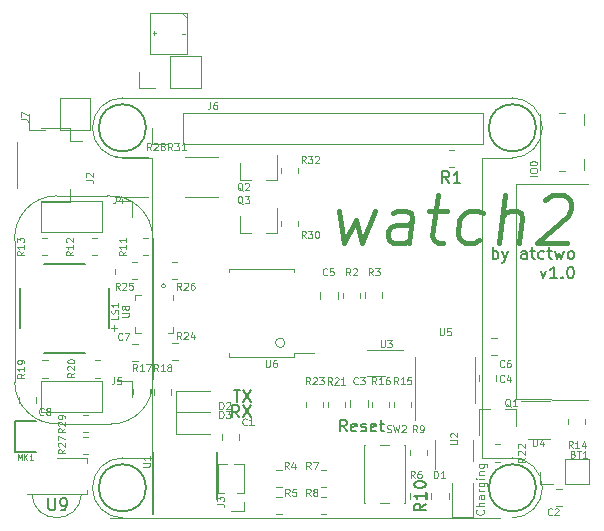
<source format=gbr>
%TF.GenerationSoftware,KiCad,Pcbnew,5.1.9*%
%TF.CreationDate,2021-02-12T16:46:07+00:00*%
%TF.ProjectId,watch2,77617463-6832-42e6-9b69-6361645f7063,rev?*%
%TF.SameCoordinates,Original*%
%TF.FileFunction,Legend,Top*%
%TF.FilePolarity,Positive*%
%FSLAX46Y46*%
G04 Gerber Fmt 4.6, Leading zero omitted, Abs format (unit mm)*
G04 Created by KiCad (PCBNEW 5.1.9) date 2021-02-12 16:46:07*
%MOMM*%
%LPD*%
G01*
G04 APERTURE LIST*
%ADD10C,0.120000*%
%ADD11C,0.150000*%
%ADD12C,0.400000*%
%ADD13C,0.100000*%
%ADD14C,0.050000*%
%ADD15C,0.203200*%
%ADD16C,0.127000*%
G04 APERTURE END LIST*
D10*
X140768605Y-101092000D02*
G75*
G03*
X140768605Y-101092000I-179605J0D01*
G01*
X150896609Y-105918000D02*
G75*
G03*
X150896609Y-105918000I-401609J0D01*
G01*
D11*
X168495880Y-98814380D02*
X168495880Y-97814380D01*
X168495880Y-98195333D02*
X168591119Y-98147714D01*
X168781595Y-98147714D01*
X168876833Y-98195333D01*
X168924452Y-98242952D01*
X168972071Y-98338190D01*
X168972071Y-98623904D01*
X168924452Y-98719142D01*
X168876833Y-98766761D01*
X168781595Y-98814380D01*
X168591119Y-98814380D01*
X168495880Y-98766761D01*
X169305404Y-98147714D02*
X169543500Y-98814380D01*
X169781595Y-98147714D02*
X169543500Y-98814380D01*
X169448261Y-99052476D01*
X169400642Y-99100095D01*
X169305404Y-99147714D01*
X171353023Y-98814380D02*
X171353023Y-98290571D01*
X171305404Y-98195333D01*
X171210166Y-98147714D01*
X171019690Y-98147714D01*
X170924452Y-98195333D01*
X171353023Y-98766761D02*
X171257785Y-98814380D01*
X171019690Y-98814380D01*
X170924452Y-98766761D01*
X170876833Y-98671523D01*
X170876833Y-98576285D01*
X170924452Y-98481047D01*
X171019690Y-98433428D01*
X171257785Y-98433428D01*
X171353023Y-98385809D01*
X171686357Y-98147714D02*
X172067309Y-98147714D01*
X171829214Y-97814380D02*
X171829214Y-98671523D01*
X171876833Y-98766761D01*
X171972071Y-98814380D01*
X172067309Y-98814380D01*
X172829214Y-98766761D02*
X172733976Y-98814380D01*
X172543500Y-98814380D01*
X172448261Y-98766761D01*
X172400642Y-98719142D01*
X172353023Y-98623904D01*
X172353023Y-98338190D01*
X172400642Y-98242952D01*
X172448261Y-98195333D01*
X172543500Y-98147714D01*
X172733976Y-98147714D01*
X172829214Y-98195333D01*
X173114928Y-98147714D02*
X173495880Y-98147714D01*
X173257785Y-97814380D02*
X173257785Y-98671523D01*
X173305404Y-98766761D01*
X173400642Y-98814380D01*
X173495880Y-98814380D01*
X173733976Y-98147714D02*
X173924452Y-98814380D01*
X174114928Y-98338190D01*
X174305404Y-98814380D01*
X174495880Y-98147714D01*
X175019690Y-98814380D02*
X174924452Y-98766761D01*
X174876833Y-98719142D01*
X174829214Y-98623904D01*
X174829214Y-98338190D01*
X174876833Y-98242952D01*
X174924452Y-98195333D01*
X175019690Y-98147714D01*
X175162547Y-98147714D01*
X175257785Y-98195333D01*
X175305404Y-98242952D01*
X175353023Y-98338190D01*
X175353023Y-98623904D01*
X175305404Y-98719142D01*
X175257785Y-98766761D01*
X175162547Y-98814380D01*
X175019690Y-98814380D01*
X172543500Y-99797714D02*
X172781595Y-100464380D01*
X173019690Y-99797714D01*
X173924452Y-100464380D02*
X173353023Y-100464380D01*
X173638738Y-100464380D02*
X173638738Y-99464380D01*
X173543500Y-99607238D01*
X173448261Y-99702476D01*
X173353023Y-99750095D01*
X174353023Y-100369142D02*
X174400642Y-100416761D01*
X174353023Y-100464380D01*
X174305404Y-100416761D01*
X174353023Y-100369142D01*
X174353023Y-100464380D01*
X175019690Y-99464380D02*
X175114928Y-99464380D01*
X175210166Y-99512000D01*
X175257785Y-99559619D01*
X175305404Y-99654857D01*
X175353023Y-99845333D01*
X175353023Y-100083428D01*
X175305404Y-100273904D01*
X175257785Y-100369142D01*
X175210166Y-100416761D01*
X175114928Y-100464380D01*
X175019690Y-100464380D01*
X174924452Y-100416761D01*
X174876833Y-100369142D01*
X174829214Y-100273904D01*
X174781595Y-100083428D01*
X174781595Y-99845333D01*
X174829214Y-99654857D01*
X174876833Y-99559619D01*
X174924452Y-99512000D01*
X175019690Y-99464380D01*
D12*
X155462380Y-94773857D02*
X155890952Y-97440523D01*
X156890952Y-95535761D01*
X157414761Y-97440523D01*
X158510000Y-94773857D01*
X161414761Y-97440523D02*
X161676666Y-95345285D01*
X161533809Y-94964333D01*
X161176666Y-94773857D01*
X160414761Y-94773857D01*
X160010000Y-94964333D01*
X161438571Y-97250047D02*
X161033809Y-97440523D01*
X160081428Y-97440523D01*
X159724285Y-97250047D01*
X159581428Y-96869095D01*
X159629047Y-96488142D01*
X159867142Y-96107190D01*
X160271904Y-95916714D01*
X161224285Y-95916714D01*
X161629047Y-95726238D01*
X163081428Y-94773857D02*
X164605238Y-94773857D01*
X163819523Y-93440523D02*
X163390952Y-96869095D01*
X163533809Y-97250047D01*
X163890952Y-97440523D01*
X164271904Y-97440523D01*
X167343333Y-97250047D02*
X166938571Y-97440523D01*
X166176666Y-97440523D01*
X165819523Y-97250047D01*
X165652857Y-97059571D01*
X165510000Y-96678619D01*
X165652857Y-95535761D01*
X165890952Y-95154809D01*
X166105238Y-94964333D01*
X166510000Y-94773857D01*
X167271904Y-94773857D01*
X167629047Y-94964333D01*
X169033809Y-97440523D02*
X169533809Y-93440523D01*
X170748095Y-97440523D02*
X171010000Y-95345285D01*
X170867142Y-94964333D01*
X170510000Y-94773857D01*
X169938571Y-94773857D01*
X169533809Y-94964333D01*
X169319523Y-95154809D01*
X172914761Y-93821476D02*
X173129047Y-93631000D01*
X173533809Y-93440523D01*
X174486190Y-93440523D01*
X174843333Y-93631000D01*
X175010000Y-93821476D01*
X175152857Y-94202428D01*
X175105238Y-94583380D01*
X174843333Y-95154809D01*
X172271904Y-97440523D01*
X174748095Y-97440523D01*
D13*
X167699500Y-120050500D02*
X167732833Y-120083833D01*
X167766166Y-120183833D01*
X167766166Y-120250500D01*
X167732833Y-120350500D01*
X167666166Y-120417166D01*
X167599500Y-120450500D01*
X167466166Y-120483833D01*
X167366166Y-120483833D01*
X167232833Y-120450500D01*
X167166166Y-120417166D01*
X167099500Y-120350500D01*
X167066166Y-120250500D01*
X167066166Y-120183833D01*
X167099500Y-120083833D01*
X167132833Y-120050500D01*
X167766166Y-119750500D02*
X167066166Y-119750500D01*
X167766166Y-119450500D02*
X167399500Y-119450500D01*
X167332833Y-119483833D01*
X167299500Y-119550500D01*
X167299500Y-119650500D01*
X167332833Y-119717166D01*
X167366166Y-119750500D01*
X167766166Y-118817166D02*
X167399500Y-118817166D01*
X167332833Y-118850500D01*
X167299500Y-118917166D01*
X167299500Y-119050500D01*
X167332833Y-119117166D01*
X167732833Y-118817166D02*
X167766166Y-118883833D01*
X167766166Y-119050500D01*
X167732833Y-119117166D01*
X167666166Y-119150500D01*
X167599500Y-119150500D01*
X167532833Y-119117166D01*
X167499500Y-119050500D01*
X167499500Y-118883833D01*
X167466166Y-118817166D01*
X167766166Y-118483833D02*
X167299500Y-118483833D01*
X167432833Y-118483833D02*
X167366166Y-118450500D01*
X167332833Y-118417166D01*
X167299500Y-118350500D01*
X167299500Y-118283833D01*
X167299500Y-117750500D02*
X167866166Y-117750500D01*
X167932833Y-117783833D01*
X167966166Y-117817166D01*
X167999500Y-117883833D01*
X167999500Y-117983833D01*
X167966166Y-118050500D01*
X167732833Y-117750500D02*
X167766166Y-117817166D01*
X167766166Y-117950500D01*
X167732833Y-118017166D01*
X167699500Y-118050500D01*
X167632833Y-118083833D01*
X167432833Y-118083833D01*
X167366166Y-118050500D01*
X167332833Y-118017166D01*
X167299500Y-117950500D01*
X167299500Y-117817166D01*
X167332833Y-117750500D01*
X167766166Y-117417166D02*
X167299500Y-117417166D01*
X167066166Y-117417166D02*
X167099500Y-117450500D01*
X167132833Y-117417166D01*
X167099500Y-117383833D01*
X167066166Y-117417166D01*
X167132833Y-117417166D01*
X167299500Y-117083833D02*
X167766166Y-117083833D01*
X167366166Y-117083833D02*
X167332833Y-117050500D01*
X167299500Y-116983833D01*
X167299500Y-116883833D01*
X167332833Y-116817166D01*
X167399500Y-116783833D01*
X167766166Y-116783833D01*
X167299500Y-116150500D02*
X167866166Y-116150500D01*
X167932833Y-116183833D01*
X167966166Y-116217166D01*
X167999500Y-116283833D01*
X167999500Y-116383833D01*
X167966166Y-116450500D01*
X167732833Y-116150500D02*
X167766166Y-116217166D01*
X167766166Y-116350500D01*
X167732833Y-116417166D01*
X167699500Y-116450500D01*
X167632833Y-116483833D01*
X167432833Y-116483833D01*
X167366166Y-116450500D01*
X167332833Y-116417166D01*
X167299500Y-116350500D01*
X167299500Y-116217166D01*
X167332833Y-116150500D01*
D10*
X170434000Y-92456000D02*
X176530000Y-92456000D01*
X170434000Y-110680500D02*
X170434000Y-92456000D01*
X176530000Y-110744000D02*
X170434000Y-110680500D01*
D11*
X156114904Y-113418880D02*
X155781571Y-112942690D01*
X155543476Y-113418880D02*
X155543476Y-112418880D01*
X155924428Y-112418880D01*
X156019666Y-112466500D01*
X156067285Y-112514119D01*
X156114904Y-112609357D01*
X156114904Y-112752214D01*
X156067285Y-112847452D01*
X156019666Y-112895071D01*
X155924428Y-112942690D01*
X155543476Y-112942690D01*
X156924428Y-113371261D02*
X156829190Y-113418880D01*
X156638714Y-113418880D01*
X156543476Y-113371261D01*
X156495857Y-113276023D01*
X156495857Y-112895071D01*
X156543476Y-112799833D01*
X156638714Y-112752214D01*
X156829190Y-112752214D01*
X156924428Y-112799833D01*
X156972047Y-112895071D01*
X156972047Y-112990309D01*
X156495857Y-113085547D01*
X157353000Y-113371261D02*
X157448238Y-113418880D01*
X157638714Y-113418880D01*
X157733952Y-113371261D01*
X157781571Y-113276023D01*
X157781571Y-113228404D01*
X157733952Y-113133166D01*
X157638714Y-113085547D01*
X157495857Y-113085547D01*
X157400619Y-113037928D01*
X157353000Y-112942690D01*
X157353000Y-112895071D01*
X157400619Y-112799833D01*
X157495857Y-112752214D01*
X157638714Y-112752214D01*
X157733952Y-112799833D01*
X158591095Y-113371261D02*
X158495857Y-113418880D01*
X158305380Y-113418880D01*
X158210142Y-113371261D01*
X158162523Y-113276023D01*
X158162523Y-112895071D01*
X158210142Y-112799833D01*
X158305380Y-112752214D01*
X158495857Y-112752214D01*
X158591095Y-112799833D01*
X158638714Y-112895071D01*
X158638714Y-112990309D01*
X158162523Y-113085547D01*
X158924428Y-112752214D02*
X159305380Y-112752214D01*
X159067285Y-112418880D02*
X159067285Y-113276023D01*
X159114904Y-113371261D01*
X159210142Y-113418880D01*
X159305380Y-113418880D01*
X147026333Y-112212380D02*
X146693000Y-111736190D01*
X146454904Y-112212380D02*
X146454904Y-111212380D01*
X146835857Y-111212380D01*
X146931095Y-111260000D01*
X146978714Y-111307619D01*
X147026333Y-111402857D01*
X147026333Y-111545714D01*
X146978714Y-111640952D01*
X146931095Y-111688571D01*
X146835857Y-111736190D01*
X146454904Y-111736190D01*
X147359666Y-111212380D02*
X148026333Y-112212380D01*
X148026333Y-111212380D02*
X147359666Y-112212380D01*
X146558095Y-109942380D02*
X147129523Y-109942380D01*
X146843809Y-110942380D02*
X146843809Y-109942380D01*
X147367619Y-109942380D02*
X148034285Y-110942380D01*
X148034285Y-109942380D02*
X147367619Y-110942380D01*
D14*
X135871267Y-93482474D02*
X131572000Y-93472000D01*
X136154474Y-112794733D02*
X131844733Y-112776000D01*
X139700000Y-108966000D02*
X139700000Y-97028000D01*
X128026474Y-97300733D02*
X128016000Y-109230474D01*
X131844813Y-112775994D02*
G75*
G02*
X128016000Y-109230474I-272813J3545520D01*
G01*
X139699994Y-108965920D02*
G75*
G02*
X136154474Y-112794733I-3545520J-272813D01*
G01*
X135871187Y-93482480D02*
G75*
G02*
X139700000Y-97028000I272813J-3545520D01*
G01*
X128026480Y-97300813D02*
G75*
G02*
X131572000Y-93472000I3545520J272813D01*
G01*
X167614600Y-90258900D02*
X170154600Y-90258900D01*
X172694600Y-87718900D02*
G75*
G02*
X170154600Y-90258900I-2540000J0D01*
G01*
X170154600Y-85178900D02*
G75*
G02*
X172694600Y-87718900I0J-2540000D01*
G01*
X170154600Y-85178900D02*
X137134600Y-85178900D01*
X134594600Y-87718900D02*
G75*
G02*
X137134600Y-85178900I2540000J0D01*
G01*
X137134600Y-90258900D02*
G75*
G02*
X134594600Y-87718900I0J2540000D01*
G01*
X137134600Y-90258900D02*
X139674600Y-90258900D01*
X139674600Y-90258900D02*
X139674600Y-115658900D01*
X139674600Y-115658900D02*
X137134600Y-115658900D01*
X134594600Y-118198900D02*
G75*
G02*
X137134600Y-115658900I2540000J0D01*
G01*
X137134600Y-120738900D02*
G75*
G02*
X134594600Y-118198900I0J2540000D01*
G01*
X136118600Y-120738900D02*
X169138600Y-120738900D01*
X172694600Y-118198900D02*
G75*
G02*
X170154600Y-120738900I-2540000J0D01*
G01*
X170154600Y-115658900D02*
G75*
G02*
X172694600Y-118198900I0J-2540000D01*
G01*
X170154600Y-115658900D02*
X167614600Y-115658900D01*
X167614600Y-115658900D02*
X167614600Y-90258900D01*
D10*
%TO.C,IO0*%
X176221000Y-91250000D02*
X176221000Y-90325000D01*
X172521000Y-91250000D02*
X172521000Y-86550000D01*
X174096000Y-86450000D02*
X174646000Y-86450000D01*
X174096000Y-91350000D02*
X174646000Y-91350000D01*
X176221000Y-87475000D02*
X176221000Y-86550000D01*
%TO.C,R28*%
X136535748Y-90174500D02*
X139308252Y-90174500D01*
X136535748Y-93594500D02*
X139308252Y-93594500D01*
%TO.C,R32*%
X151992000Y-91085936D02*
X151992000Y-91540064D01*
X150522000Y-91085936D02*
X150522000Y-91540064D01*
%TO.C,J4*%
X137982000Y-93920000D02*
X137982000Y-95250000D01*
X136652000Y-93920000D02*
X137982000Y-93920000D01*
X135382000Y-93920000D02*
X135382000Y-96580000D01*
X135382000Y-96580000D02*
X130242000Y-96580000D01*
X135382000Y-93920000D02*
X130242000Y-93920000D01*
X130242000Y-93920000D02*
X130242000Y-96580000D01*
%TO.C,J2*%
X128252000Y-88928500D02*
X128252000Y-92808500D01*
X132722000Y-93978500D02*
X132722000Y-92928500D01*
X130222000Y-93978500D02*
X132722000Y-93978500D01*
X132722000Y-88808500D02*
X133712000Y-88808500D01*
X132722000Y-87758500D02*
X132722000Y-88808500D01*
X130222000Y-87758500D02*
X132722000Y-87758500D01*
%TO.C,U6*%
X151667500Y-106813000D02*
X153357500Y-106813000D01*
X151667500Y-107088000D02*
X151667500Y-106813000D01*
X148907500Y-107088000D02*
X151667500Y-107088000D01*
X146147500Y-107088000D02*
X146147500Y-106813000D01*
X148907500Y-107088000D02*
X146147500Y-107088000D01*
X151667500Y-99668000D02*
X151667500Y-99943000D01*
X148907500Y-99668000D02*
X151667500Y-99668000D01*
X146147500Y-99668000D02*
X146147500Y-99943000D01*
X148907500Y-99668000D02*
X146147500Y-99668000D01*
D15*
%TO.C,U$7*%
X139134600Y-118198900D02*
G75*
G03*
X139134600Y-118198900I-2000000J0D01*
G01*
%TO.C,U$8*%
X172154600Y-118198900D02*
G75*
G03*
X172154600Y-118198900I-2000000J0D01*
G01*
%TO.C,U$9*%
X139134600Y-87718900D02*
G75*
G03*
X139134600Y-87718900I-2000000J0D01*
G01*
%TO.C,U$10*%
X172154600Y-87718900D02*
G75*
G03*
X172154600Y-87718900I-2000000J0D01*
G01*
D10*
%TO.C,BT1*%
X172517500Y-117900000D02*
X172517500Y-116840000D01*
X173577500Y-117900000D02*
X172517500Y-117900000D01*
X174577500Y-117900000D02*
X174577500Y-115780000D01*
X174577500Y-115780000D02*
X176637500Y-115780000D01*
X174577500Y-117900000D02*
X176637500Y-117900000D01*
X176637500Y-117900000D02*
X176637500Y-115780000D01*
%TO.C,C1*%
X145569000Y-113655248D02*
X145569000Y-114177752D01*
X147039000Y-113655248D02*
X147039000Y-114177752D01*
%TO.C,C2*%
X173855748Y-118264000D02*
X174378252Y-118264000D01*
X173855748Y-119734000D02*
X174378252Y-119734000D01*
%TO.C,C3*%
X157897500Y-110802748D02*
X157897500Y-111325252D01*
X156427500Y-110802748D02*
X156427500Y-111325252D01*
%TO.C,C4*%
X167286000Y-108638748D02*
X167286000Y-109161252D01*
X168756000Y-108638748D02*
X168756000Y-109161252D01*
%TO.C,C5*%
X155357500Y-102178752D02*
X155357500Y-101656248D01*
X153887500Y-102178752D02*
X153887500Y-101656248D01*
%TO.C,C6*%
X168333748Y-105500500D02*
X168856252Y-105500500D01*
X168333748Y-106970500D02*
X168856252Y-106970500D01*
%TO.C,C7*%
X137912248Y-106008500D02*
X138434752Y-106008500D01*
X137912248Y-107478500D02*
X138434752Y-107478500D01*
%TO.C,C8*%
X129830500Y-111007752D02*
X129830500Y-110485248D01*
X128360500Y-111007752D02*
X128360500Y-110485248D01*
%TO.C,D1*%
X165015500Y-117798500D02*
X165015500Y-120683500D01*
X165015500Y-120683500D02*
X166835500Y-120683500D01*
X166835500Y-120683500D02*
X166835500Y-117798500D01*
%TO.C,D2*%
X141635000Y-111781000D02*
X144520000Y-111781000D01*
X141635000Y-109961000D02*
X141635000Y-111781000D01*
X144520000Y-109961000D02*
X141635000Y-109961000D01*
%TO.C,D3*%
X141635000Y-113622500D02*
X144520000Y-113622500D01*
X141635000Y-111802500D02*
X141635000Y-113622500D01*
X144520000Y-111802500D02*
X141635000Y-111802500D01*
%TO.C,D4*%
X142633700Y-78435200D02*
X142176500Y-77978000D01*
X142430500Y-79756000D02*
X142176500Y-79756000D01*
X139839700Y-79857600D02*
X139839700Y-79552800D01*
X139687300Y-79705200D02*
X139992100Y-79705200D01*
X142634100Y-77978000D02*
X142634100Y-81478000D01*
X139484100Y-81478000D02*
X142634100Y-81478000D01*
X139484100Y-77978000D02*
X142634100Y-77978000D01*
X139484100Y-77978000D02*
X139484100Y-81478000D01*
%TO.C,J3*%
X147414000Y-120140000D02*
X146304000Y-120140000D01*
X147414000Y-119380000D02*
X147414000Y-120140000D01*
X145740529Y-118620000D02*
X145194000Y-118620000D01*
X147414000Y-118620000D02*
X146867471Y-118620000D01*
X145194000Y-118620000D02*
X145194000Y-116145000D01*
X147414000Y-118620000D02*
X147414000Y-116145000D01*
X145996470Y-116145000D02*
X145194000Y-116145000D01*
X147414000Y-116145000D02*
X146611530Y-116145000D01*
%TO.C,J5*%
X130242000Y-109160000D02*
X130242000Y-111820000D01*
X135382000Y-109160000D02*
X130242000Y-109160000D01*
X135382000Y-111820000D02*
X130242000Y-111820000D01*
X135382000Y-109160000D02*
X135382000Y-111820000D01*
X136652000Y-109160000D02*
X137982000Y-109160000D01*
X137982000Y-109160000D02*
X137982000Y-110490000D01*
%TO.C,J6*%
X139640000Y-89087000D02*
X139640000Y-87757000D01*
X140970000Y-89087000D02*
X139640000Y-89087000D01*
X142240000Y-89087000D02*
X142240000Y-86427000D01*
X142240000Y-86427000D02*
X167700000Y-86427000D01*
X142240000Y-89087000D02*
X167700000Y-89087000D01*
X167700000Y-89087000D02*
X167700000Y-86427000D01*
%TO.C,J7*%
X129226000Y-87880500D02*
X129226000Y-86550500D01*
X130556000Y-87880500D02*
X129226000Y-87880500D01*
X131826000Y-87880500D02*
X131826000Y-85220500D01*
X131826000Y-85220500D02*
X134426000Y-85220500D01*
X131826000Y-87880500D02*
X134426000Y-87880500D01*
X134426000Y-87880500D02*
X134426000Y-85220500D01*
%TO.C,J8*%
X143760500Y-84324500D02*
X143760500Y-81664500D01*
X141160500Y-84324500D02*
X143760500Y-84324500D01*
X141160500Y-81664500D02*
X143760500Y-81664500D01*
X141160500Y-84324500D02*
X141160500Y-81664500D01*
X139890500Y-84324500D02*
X138560500Y-84324500D01*
X138560500Y-84324500D02*
X138560500Y-82994500D01*
D16*
%TO.C,LS1*%
X135984000Y-104697000D02*
X135984000Y-101297000D01*
X128484000Y-101297000D02*
X128484000Y-104697000D01*
X133934000Y-99247000D02*
X130534000Y-99247000D01*
X130534000Y-106747000D02*
X133934000Y-106747000D01*
D13*
%TO.C,MK1*%
X131377500Y-112277500D02*
G75*
G03*
X131377500Y-112277500I-50000J0D01*
G01*
D16*
X128055500Y-112530500D02*
X129795500Y-112530500D01*
X128055500Y-115180500D02*
X128055500Y-112530500D01*
X129795500Y-115180500D02*
X128055500Y-115180500D01*
D10*
%TO.C,Q1*%
X170492500Y-111524000D02*
X170492500Y-112984000D01*
X167332500Y-111524000D02*
X167332500Y-113684000D01*
X167332500Y-111524000D02*
X168262500Y-111524000D01*
X170492500Y-111524000D02*
X169562500Y-111524000D01*
%TO.C,Q2*%
X147073500Y-92136500D02*
X147073500Y-90676500D01*
X150233500Y-92136500D02*
X150233500Y-89976500D01*
X150233500Y-92136500D02*
X149303500Y-92136500D01*
X147073500Y-92136500D02*
X148003500Y-92136500D01*
%TO.C,Q3*%
X147073500Y-96661000D02*
X148003500Y-96661000D01*
X150233500Y-96661000D02*
X149303500Y-96661000D01*
X150233500Y-96661000D02*
X150233500Y-94501000D01*
X147073500Y-96661000D02*
X147073500Y-95201000D01*
%TO.C,R1*%
X165200064Y-91032000D02*
X164745936Y-91032000D01*
X165200064Y-89562000D02*
X164745936Y-89562000D01*
%TO.C,R2*%
X155792500Y-101690436D02*
X155792500Y-102144564D01*
X157262500Y-101690436D02*
X157262500Y-102144564D01*
%TO.C,R3*%
X159104000Y-101650436D02*
X159104000Y-102104564D01*
X157634000Y-101650436D02*
X157634000Y-102104564D01*
%TO.C,R4*%
X150164436Y-116676500D02*
X150618564Y-116676500D01*
X150164436Y-118146500D02*
X150618564Y-118146500D01*
%TO.C,R5*%
X150180936Y-120432500D02*
X150635064Y-120432500D01*
X150180936Y-118962500D02*
X150635064Y-118962500D01*
%TO.C,R6*%
X161444000Y-118668436D02*
X161444000Y-119122564D01*
X162914000Y-118668436D02*
X162914000Y-119122564D01*
%TO.C,R7*%
X154365064Y-118146500D02*
X153910936Y-118146500D01*
X154365064Y-116676500D02*
X153910936Y-116676500D01*
%TO.C,R8*%
X154365064Y-120432500D02*
X153910936Y-120432500D01*
X154365064Y-118962500D02*
X153910936Y-118962500D01*
%TO.C,R9*%
X161444000Y-115001936D02*
X161444000Y-115456064D01*
X162914000Y-115001936D02*
X162914000Y-115456064D01*
%TO.C,R10*%
X163285500Y-119122564D02*
X163285500Y-118668436D01*
X164755500Y-119122564D02*
X164755500Y-118668436D01*
%TO.C,R11*%
X138861436Y-98525000D02*
X139315564Y-98525000D01*
X138861436Y-97055000D02*
X139315564Y-97055000D01*
%TO.C,R12*%
X134519936Y-97055000D02*
X134974064Y-97055000D01*
X134519936Y-98525000D02*
X134974064Y-98525000D01*
%TO.C,R13*%
X130328936Y-98525000D02*
X130783064Y-98525000D01*
X130328936Y-97055000D02*
X130783064Y-97055000D01*
%TO.C,R14*%
X176312500Y-112789064D02*
X176312500Y-112334936D01*
X174842500Y-112789064D02*
X174842500Y-112334936D01*
%TO.C,R15*%
X160110500Y-110921436D02*
X160110500Y-111375564D01*
X161580500Y-110921436D02*
X161580500Y-111375564D01*
%TO.C,R16*%
X159739000Y-110921436D02*
X159739000Y-111375564D01*
X158269000Y-110921436D02*
X158269000Y-111375564D01*
%TO.C,R17*%
X138012500Y-109818436D02*
X138012500Y-110272564D01*
X139482500Y-109818436D02*
X139482500Y-110272564D01*
%TO.C,R18*%
X141260500Y-109858436D02*
X141260500Y-110312564D01*
X139790500Y-109858436D02*
X139790500Y-110312564D01*
%TO.C,R19*%
X130352436Y-108875500D02*
X130806564Y-108875500D01*
X130352436Y-107405500D02*
X130806564Y-107405500D01*
%TO.C,R20*%
X134797436Y-107405500D02*
X135251564Y-107405500D01*
X134797436Y-108875500D02*
X135251564Y-108875500D01*
%TO.C,R21*%
X155992500Y-110921436D02*
X155992500Y-111375564D01*
X154522500Y-110921436D02*
X154522500Y-111375564D01*
%TO.C,R22*%
X168642936Y-114517500D02*
X169097064Y-114517500D01*
X168642936Y-115987500D02*
X169097064Y-115987500D01*
%TO.C,R23*%
X154151000Y-111392064D02*
X154151000Y-110937936D01*
X152681000Y-111392064D02*
X152681000Y-110937936D01*
%TO.C,R24*%
X141354436Y-107415000D02*
X141808564Y-107415000D01*
X141354436Y-105945000D02*
X141808564Y-105945000D01*
%TO.C,R25*%
X137948936Y-99087000D02*
X138403064Y-99087000D01*
X137948936Y-100557000D02*
X138403064Y-100557000D01*
%TO.C,R26*%
X141337936Y-99087000D02*
X141792064Y-99087000D01*
X141337936Y-100557000D02*
X141792064Y-100557000D01*
%TO.C,R27*%
X133797936Y-115352500D02*
X134252064Y-115352500D01*
X133797936Y-113882500D02*
X134252064Y-113882500D01*
%TO.C,R29*%
X133781436Y-113511000D02*
X134235564Y-113511000D01*
X133781436Y-112041000D02*
X134235564Y-112041000D01*
%TO.C,R30*%
X150522000Y-95617936D02*
X150522000Y-96072064D01*
X151992000Y-95617936D02*
X151992000Y-96072064D01*
%TO.C,R31*%
X142441248Y-93594500D02*
X145213752Y-93594500D01*
X142441248Y-90174500D02*
X145213752Y-90174500D01*
%TO.C,SW2*%
X157571500Y-114580500D02*
X157571500Y-119480500D01*
X161071500Y-119480500D02*
X161071500Y-114580500D01*
X159671500Y-119480500D02*
X158971500Y-119480500D01*
X159671500Y-114580500D02*
X158971500Y-114580500D01*
X161071500Y-114580500D02*
X160971500Y-114580500D01*
X157671500Y-114580500D02*
X157571500Y-114580500D01*
X157571500Y-119480500D02*
X157671500Y-119480500D01*
X161071500Y-119480500D02*
X160971500Y-119480500D01*
D11*
%TO.C,U1*%
X139769000Y-120432500D02*
X139769000Y-115157500D01*
X145169000Y-119157500D02*
X145169000Y-115157500D01*
D10*
%TO.C,U2*%
X163617000Y-114162000D02*
X163617000Y-116612000D01*
X166837000Y-115962000D02*
X166837000Y-114162000D01*
%TO.C,U3*%
X160885000Y-106522500D02*
X157885000Y-106522500D01*
X159385000Y-108742500D02*
X157885000Y-108742500D01*
%TO.C,U4*%
X173302500Y-110848500D02*
X170852500Y-110848500D01*
X171502500Y-114068500D02*
X173302500Y-114068500D01*
%TO.C,U5*%
X161905000Y-109029500D02*
X161905000Y-112479500D01*
X161905000Y-109029500D02*
X161905000Y-107079500D01*
X167025000Y-109029500D02*
X167025000Y-110979500D01*
X167025000Y-109029500D02*
X167025000Y-107079500D01*
%TO.C,U8*%
X141437000Y-102306500D02*
X141437000Y-101831500D01*
X138217000Y-105051500D02*
X138692000Y-105051500D01*
X138217000Y-104576500D02*
X138217000Y-105051500D01*
X138217000Y-101831500D02*
X138692000Y-101831500D01*
X138217000Y-102306500D02*
X138217000Y-101831500D01*
X141437000Y-105051500D02*
X140962000Y-105051500D01*
X141437000Y-104576500D02*
X141437000Y-105051500D01*
%TO.C,U9*%
X134172000Y-118721000D02*
X129082000Y-118721000D01*
X134172000Y-118381000D02*
X134172000Y-118721000D01*
X134172000Y-115711000D02*
X131572000Y-115711000D01*
X134172000Y-116061000D02*
X134172000Y-115711000D01*
X129472083Y-118722736D02*
G75*
G03*
X133672000Y-118721000I2099917J101736D01*
G01*
%TO.C,IO0*%
D13*
X172229428Y-91786000D02*
X171629428Y-91786000D01*
X171629428Y-91386000D02*
X171629428Y-91271714D01*
X171658000Y-91214571D01*
X171715142Y-91157428D01*
X171829428Y-91128857D01*
X172029428Y-91128857D01*
X172143714Y-91157428D01*
X172200857Y-91214571D01*
X172229428Y-91271714D01*
X172229428Y-91386000D01*
X172200857Y-91443142D01*
X172143714Y-91500285D01*
X172029428Y-91528857D01*
X171829428Y-91528857D01*
X171715142Y-91500285D01*
X171658000Y-91443142D01*
X171629428Y-91386000D01*
X171629428Y-90757428D02*
X171629428Y-90700285D01*
X171658000Y-90643142D01*
X171686571Y-90614571D01*
X171743714Y-90586000D01*
X171858000Y-90557428D01*
X172000857Y-90557428D01*
X172115142Y-90586000D01*
X172172285Y-90614571D01*
X172200857Y-90643142D01*
X172229428Y-90700285D01*
X172229428Y-90757428D01*
X172200857Y-90814571D01*
X172172285Y-90843142D01*
X172115142Y-90871714D01*
X172000857Y-90900285D01*
X171858000Y-90900285D01*
X171743714Y-90871714D01*
X171686571Y-90843142D01*
X171658000Y-90814571D01*
X171629428Y-90757428D01*
%TO.C,R28*%
X139568285Y-89615928D02*
X139368285Y-89330214D01*
X139225428Y-89615928D02*
X139225428Y-89015928D01*
X139454000Y-89015928D01*
X139511142Y-89044500D01*
X139539714Y-89073071D01*
X139568285Y-89130214D01*
X139568285Y-89215928D01*
X139539714Y-89273071D01*
X139511142Y-89301642D01*
X139454000Y-89330214D01*
X139225428Y-89330214D01*
X139796857Y-89073071D02*
X139825428Y-89044500D01*
X139882571Y-89015928D01*
X140025428Y-89015928D01*
X140082571Y-89044500D01*
X140111142Y-89073071D01*
X140139714Y-89130214D01*
X140139714Y-89187357D01*
X140111142Y-89273071D01*
X139768285Y-89615928D01*
X140139714Y-89615928D01*
X140482571Y-89273071D02*
X140425428Y-89244500D01*
X140396857Y-89215928D01*
X140368285Y-89158785D01*
X140368285Y-89130214D01*
X140396857Y-89073071D01*
X140425428Y-89044500D01*
X140482571Y-89015928D01*
X140596857Y-89015928D01*
X140654000Y-89044500D01*
X140682571Y-89073071D01*
X140711142Y-89130214D01*
X140711142Y-89158785D01*
X140682571Y-89215928D01*
X140654000Y-89244500D01*
X140596857Y-89273071D01*
X140482571Y-89273071D01*
X140425428Y-89301642D01*
X140396857Y-89330214D01*
X140368285Y-89387357D01*
X140368285Y-89501642D01*
X140396857Y-89558785D01*
X140425428Y-89587357D01*
X140482571Y-89615928D01*
X140596857Y-89615928D01*
X140654000Y-89587357D01*
X140682571Y-89558785D01*
X140711142Y-89501642D01*
X140711142Y-89387357D01*
X140682571Y-89330214D01*
X140654000Y-89301642D01*
X140596857Y-89273071D01*
%TO.C,R32*%
X152649285Y-90695428D02*
X152449285Y-90409714D01*
X152306428Y-90695428D02*
X152306428Y-90095428D01*
X152535000Y-90095428D01*
X152592142Y-90124000D01*
X152620714Y-90152571D01*
X152649285Y-90209714D01*
X152649285Y-90295428D01*
X152620714Y-90352571D01*
X152592142Y-90381142D01*
X152535000Y-90409714D01*
X152306428Y-90409714D01*
X152849285Y-90095428D02*
X153220714Y-90095428D01*
X153020714Y-90324000D01*
X153106428Y-90324000D01*
X153163571Y-90352571D01*
X153192142Y-90381142D01*
X153220714Y-90438285D01*
X153220714Y-90581142D01*
X153192142Y-90638285D01*
X153163571Y-90666857D01*
X153106428Y-90695428D01*
X152935000Y-90695428D01*
X152877857Y-90666857D01*
X152849285Y-90638285D01*
X153449285Y-90152571D02*
X153477857Y-90124000D01*
X153535000Y-90095428D01*
X153677857Y-90095428D01*
X153735000Y-90124000D01*
X153763571Y-90152571D01*
X153792142Y-90209714D01*
X153792142Y-90266857D01*
X153763571Y-90352571D01*
X153420714Y-90695428D01*
X153792142Y-90695428D01*
%TO.C,J4*%
X136579000Y-93524428D02*
X136579000Y-93953000D01*
X136550428Y-94038714D01*
X136493285Y-94095857D01*
X136407571Y-94124428D01*
X136350428Y-94124428D01*
X137121857Y-93724428D02*
X137121857Y-94124428D01*
X136979000Y-93495857D02*
X136836142Y-93924428D01*
X137207571Y-93924428D01*
%TO.C,J2*%
X134037428Y-92148000D02*
X134466000Y-92148000D01*
X134551714Y-92176571D01*
X134608857Y-92233714D01*
X134637428Y-92319428D01*
X134637428Y-92376571D01*
X134094571Y-91890857D02*
X134066000Y-91862285D01*
X134037428Y-91805142D01*
X134037428Y-91662285D01*
X134066000Y-91605142D01*
X134094571Y-91576571D01*
X134151714Y-91548000D01*
X134208857Y-91548000D01*
X134294571Y-91576571D01*
X134637428Y-91919428D01*
X134637428Y-91548000D01*
%TO.C,U6*%
X149275857Y-107367428D02*
X149275857Y-107853142D01*
X149304428Y-107910285D01*
X149333000Y-107938857D01*
X149390142Y-107967428D01*
X149504428Y-107967428D01*
X149561571Y-107938857D01*
X149590142Y-107910285D01*
X149618714Y-107853142D01*
X149618714Y-107367428D01*
X150161571Y-107367428D02*
X150047285Y-107367428D01*
X149990142Y-107396000D01*
X149961571Y-107424571D01*
X149904428Y-107510285D01*
X149875857Y-107624571D01*
X149875857Y-107853142D01*
X149904428Y-107910285D01*
X149933000Y-107938857D01*
X149990142Y-107967428D01*
X150104428Y-107967428D01*
X150161571Y-107938857D01*
X150190142Y-107910285D01*
X150218714Y-107853142D01*
X150218714Y-107710285D01*
X150190142Y-107653142D01*
X150161571Y-107624571D01*
X150104428Y-107596000D01*
X149990142Y-107596000D01*
X149933000Y-107624571D01*
X149904428Y-107653142D01*
X149875857Y-107710285D01*
%TO.C,BT1*%
X175296571Y-115336642D02*
X175382285Y-115365214D01*
X175410857Y-115393785D01*
X175439428Y-115450928D01*
X175439428Y-115536642D01*
X175410857Y-115593785D01*
X175382285Y-115622357D01*
X175325142Y-115650928D01*
X175096571Y-115650928D01*
X175096571Y-115050928D01*
X175296571Y-115050928D01*
X175353714Y-115079500D01*
X175382285Y-115108071D01*
X175410857Y-115165214D01*
X175410857Y-115222357D01*
X175382285Y-115279500D01*
X175353714Y-115308071D01*
X175296571Y-115336642D01*
X175096571Y-115336642D01*
X175610857Y-115050928D02*
X175953714Y-115050928D01*
X175782285Y-115650928D02*
X175782285Y-115050928D01*
X176468000Y-115650928D02*
X176125142Y-115650928D01*
X176296571Y-115650928D02*
X176296571Y-115050928D01*
X176239428Y-115136642D01*
X176182285Y-115193785D01*
X176125142Y-115222357D01*
%TO.C,C1*%
X147664500Y-112863285D02*
X147635928Y-112891857D01*
X147550214Y-112920428D01*
X147493071Y-112920428D01*
X147407357Y-112891857D01*
X147350214Y-112834714D01*
X147321642Y-112777571D01*
X147293071Y-112663285D01*
X147293071Y-112577571D01*
X147321642Y-112463285D01*
X147350214Y-112406142D01*
X147407357Y-112349000D01*
X147493071Y-112320428D01*
X147550214Y-112320428D01*
X147635928Y-112349000D01*
X147664500Y-112377571D01*
X148235928Y-112920428D02*
X147893071Y-112920428D01*
X148064500Y-112920428D02*
X148064500Y-112320428D01*
X148007357Y-112406142D01*
X147950214Y-112463285D01*
X147893071Y-112491857D01*
%TO.C,C2*%
X173509000Y-120483285D02*
X173480428Y-120511857D01*
X173394714Y-120540428D01*
X173337571Y-120540428D01*
X173251857Y-120511857D01*
X173194714Y-120454714D01*
X173166142Y-120397571D01*
X173137571Y-120283285D01*
X173137571Y-120197571D01*
X173166142Y-120083285D01*
X173194714Y-120026142D01*
X173251857Y-119969000D01*
X173337571Y-119940428D01*
X173394714Y-119940428D01*
X173480428Y-119969000D01*
X173509000Y-119997571D01*
X173737571Y-119997571D02*
X173766142Y-119969000D01*
X173823285Y-119940428D01*
X173966142Y-119940428D01*
X174023285Y-119969000D01*
X174051857Y-119997571D01*
X174080428Y-120054714D01*
X174080428Y-120111857D01*
X174051857Y-120197571D01*
X173709000Y-120540428D01*
X174080428Y-120540428D01*
%TO.C,C3*%
X157062500Y-109370785D02*
X157033928Y-109399357D01*
X156948214Y-109427928D01*
X156891071Y-109427928D01*
X156805357Y-109399357D01*
X156748214Y-109342214D01*
X156719642Y-109285071D01*
X156691071Y-109170785D01*
X156691071Y-109085071D01*
X156719642Y-108970785D01*
X156748214Y-108913642D01*
X156805357Y-108856500D01*
X156891071Y-108827928D01*
X156948214Y-108827928D01*
X157033928Y-108856500D01*
X157062500Y-108885071D01*
X157262500Y-108827928D02*
X157633928Y-108827928D01*
X157433928Y-109056500D01*
X157519642Y-109056500D01*
X157576785Y-109085071D01*
X157605357Y-109113642D01*
X157633928Y-109170785D01*
X157633928Y-109313642D01*
X157605357Y-109370785D01*
X157576785Y-109399357D01*
X157519642Y-109427928D01*
X157348214Y-109427928D01*
X157291071Y-109399357D01*
X157262500Y-109370785D01*
%TO.C,C4*%
X169445000Y-109180285D02*
X169416428Y-109208857D01*
X169330714Y-109237428D01*
X169273571Y-109237428D01*
X169187857Y-109208857D01*
X169130714Y-109151714D01*
X169102142Y-109094571D01*
X169073571Y-108980285D01*
X169073571Y-108894571D01*
X169102142Y-108780285D01*
X169130714Y-108723142D01*
X169187857Y-108666000D01*
X169273571Y-108637428D01*
X169330714Y-108637428D01*
X169416428Y-108666000D01*
X169445000Y-108694571D01*
X169959285Y-108837428D02*
X169959285Y-109237428D01*
X169816428Y-108608857D02*
X169673571Y-109037428D01*
X170045000Y-109037428D01*
%TO.C,C5*%
X154459000Y-100163285D02*
X154430428Y-100191857D01*
X154344714Y-100220428D01*
X154287571Y-100220428D01*
X154201857Y-100191857D01*
X154144714Y-100134714D01*
X154116142Y-100077571D01*
X154087571Y-99963285D01*
X154087571Y-99877571D01*
X154116142Y-99763285D01*
X154144714Y-99706142D01*
X154201857Y-99649000D01*
X154287571Y-99620428D01*
X154344714Y-99620428D01*
X154430428Y-99649000D01*
X154459000Y-99677571D01*
X155001857Y-99620428D02*
X154716142Y-99620428D01*
X154687571Y-99906142D01*
X154716142Y-99877571D01*
X154773285Y-99849000D01*
X154916142Y-99849000D01*
X154973285Y-99877571D01*
X155001857Y-99906142D01*
X155030428Y-99963285D01*
X155030428Y-100106142D01*
X155001857Y-100163285D01*
X154973285Y-100191857D01*
X154916142Y-100220428D01*
X154773285Y-100220428D01*
X154716142Y-100191857D01*
X154687571Y-100163285D01*
%TO.C,C6*%
X169445000Y-107910285D02*
X169416428Y-107938857D01*
X169330714Y-107967428D01*
X169273571Y-107967428D01*
X169187857Y-107938857D01*
X169130714Y-107881714D01*
X169102142Y-107824571D01*
X169073571Y-107710285D01*
X169073571Y-107624571D01*
X169102142Y-107510285D01*
X169130714Y-107453142D01*
X169187857Y-107396000D01*
X169273571Y-107367428D01*
X169330714Y-107367428D01*
X169416428Y-107396000D01*
X169445000Y-107424571D01*
X169959285Y-107367428D02*
X169845000Y-107367428D01*
X169787857Y-107396000D01*
X169759285Y-107424571D01*
X169702142Y-107510285D01*
X169673571Y-107624571D01*
X169673571Y-107853142D01*
X169702142Y-107910285D01*
X169730714Y-107938857D01*
X169787857Y-107967428D01*
X169902142Y-107967428D01*
X169959285Y-107938857D01*
X169987857Y-107910285D01*
X170016428Y-107853142D01*
X170016428Y-107710285D01*
X169987857Y-107653142D01*
X169959285Y-107624571D01*
X169902142Y-107596000D01*
X169787857Y-107596000D01*
X169730714Y-107624571D01*
X169702142Y-107653142D01*
X169673571Y-107710285D01*
%TO.C,C7*%
X137123500Y-105624285D02*
X137094928Y-105652857D01*
X137009214Y-105681428D01*
X136952071Y-105681428D01*
X136866357Y-105652857D01*
X136809214Y-105595714D01*
X136780642Y-105538571D01*
X136752071Y-105424285D01*
X136752071Y-105338571D01*
X136780642Y-105224285D01*
X136809214Y-105167142D01*
X136866357Y-105110000D01*
X136952071Y-105081428D01*
X137009214Y-105081428D01*
X137094928Y-105110000D01*
X137123500Y-105138571D01*
X137323500Y-105081428D02*
X137723500Y-105081428D01*
X137466357Y-105681428D01*
%TO.C,C8*%
X130456000Y-111974285D02*
X130427428Y-112002857D01*
X130341714Y-112031428D01*
X130284571Y-112031428D01*
X130198857Y-112002857D01*
X130141714Y-111945714D01*
X130113142Y-111888571D01*
X130084571Y-111774285D01*
X130084571Y-111688571D01*
X130113142Y-111574285D01*
X130141714Y-111517142D01*
X130198857Y-111460000D01*
X130284571Y-111431428D01*
X130341714Y-111431428D01*
X130427428Y-111460000D01*
X130456000Y-111488571D01*
X130798857Y-111688571D02*
X130741714Y-111660000D01*
X130713142Y-111631428D01*
X130684571Y-111574285D01*
X130684571Y-111545714D01*
X130713142Y-111488571D01*
X130741714Y-111460000D01*
X130798857Y-111431428D01*
X130913142Y-111431428D01*
X130970285Y-111460000D01*
X130998857Y-111488571D01*
X131027428Y-111545714D01*
X131027428Y-111574285D01*
X130998857Y-111631428D01*
X130970285Y-111660000D01*
X130913142Y-111688571D01*
X130798857Y-111688571D01*
X130741714Y-111717142D01*
X130713142Y-111745714D01*
X130684571Y-111802857D01*
X130684571Y-111917142D01*
X130713142Y-111974285D01*
X130741714Y-112002857D01*
X130798857Y-112031428D01*
X130913142Y-112031428D01*
X130970285Y-112002857D01*
X130998857Y-111974285D01*
X131027428Y-111917142D01*
X131027428Y-111802857D01*
X130998857Y-111745714D01*
X130970285Y-111717142D01*
X130913142Y-111688571D01*
%TO.C,D1*%
X163514142Y-117365428D02*
X163514142Y-116765428D01*
X163657000Y-116765428D01*
X163742714Y-116794000D01*
X163799857Y-116851142D01*
X163828428Y-116908285D01*
X163857000Y-117022571D01*
X163857000Y-117108285D01*
X163828428Y-117222571D01*
X163799857Y-117279714D01*
X163742714Y-117336857D01*
X163657000Y-117365428D01*
X163514142Y-117365428D01*
X164428428Y-117365428D02*
X164085571Y-117365428D01*
X164257000Y-117365428D02*
X164257000Y-116765428D01*
X164199857Y-116851142D01*
X164142714Y-116908285D01*
X164085571Y-116936857D01*
%TO.C,D2*%
X145353142Y-111523428D02*
X145353142Y-110923428D01*
X145496000Y-110923428D01*
X145581714Y-110952000D01*
X145638857Y-111009142D01*
X145667428Y-111066285D01*
X145696000Y-111180571D01*
X145696000Y-111266285D01*
X145667428Y-111380571D01*
X145638857Y-111437714D01*
X145581714Y-111494857D01*
X145496000Y-111523428D01*
X145353142Y-111523428D01*
X145924571Y-110980571D02*
X145953142Y-110952000D01*
X146010285Y-110923428D01*
X146153142Y-110923428D01*
X146210285Y-110952000D01*
X146238857Y-110980571D01*
X146267428Y-111037714D01*
X146267428Y-111094857D01*
X146238857Y-111180571D01*
X145896000Y-111523428D01*
X146267428Y-111523428D01*
%TO.C,D3*%
X145353142Y-112285428D02*
X145353142Y-111685428D01*
X145496000Y-111685428D01*
X145581714Y-111714000D01*
X145638857Y-111771142D01*
X145667428Y-111828285D01*
X145696000Y-111942571D01*
X145696000Y-112028285D01*
X145667428Y-112142571D01*
X145638857Y-112199714D01*
X145581714Y-112256857D01*
X145496000Y-112285428D01*
X145353142Y-112285428D01*
X145896000Y-111685428D02*
X146267428Y-111685428D01*
X146067428Y-111914000D01*
X146153142Y-111914000D01*
X146210285Y-111942571D01*
X146238857Y-111971142D01*
X146267428Y-112028285D01*
X146267428Y-112171142D01*
X146238857Y-112228285D01*
X146210285Y-112256857D01*
X146153142Y-112285428D01*
X145981714Y-112285428D01*
X145924571Y-112256857D01*
X145896000Y-112228285D01*
%TO.C,J3*%
X145149928Y-119580000D02*
X145578500Y-119580000D01*
X145664214Y-119608571D01*
X145721357Y-119665714D01*
X145749928Y-119751428D01*
X145749928Y-119808571D01*
X145149928Y-119351428D02*
X145149928Y-118980000D01*
X145378500Y-119180000D01*
X145378500Y-119094285D01*
X145407071Y-119037142D01*
X145435642Y-119008571D01*
X145492785Y-118980000D01*
X145635642Y-118980000D01*
X145692785Y-119008571D01*
X145721357Y-119037142D01*
X145749928Y-119094285D01*
X145749928Y-119265714D01*
X145721357Y-119322857D01*
X145692785Y-119351428D01*
%TO.C,J5*%
X136452000Y-108831428D02*
X136452000Y-109260000D01*
X136423428Y-109345714D01*
X136366285Y-109402857D01*
X136280571Y-109431428D01*
X136223428Y-109431428D01*
X137023428Y-108831428D02*
X136737714Y-108831428D01*
X136709142Y-109117142D01*
X136737714Y-109088571D01*
X136794857Y-109060000D01*
X136937714Y-109060000D01*
X136994857Y-109088571D01*
X137023428Y-109117142D01*
X137052000Y-109174285D01*
X137052000Y-109317142D01*
X137023428Y-109374285D01*
X136994857Y-109402857D01*
X136937714Y-109431428D01*
X136794857Y-109431428D01*
X136737714Y-109402857D01*
X136709142Y-109374285D01*
%TO.C,J6*%
X144580000Y-85523428D02*
X144580000Y-85952000D01*
X144551428Y-86037714D01*
X144494285Y-86094857D01*
X144408571Y-86123428D01*
X144351428Y-86123428D01*
X145122857Y-85523428D02*
X145008571Y-85523428D01*
X144951428Y-85552000D01*
X144922857Y-85580571D01*
X144865714Y-85666285D01*
X144837142Y-85780571D01*
X144837142Y-86009142D01*
X144865714Y-86066285D01*
X144894285Y-86094857D01*
X144951428Y-86123428D01*
X145065714Y-86123428D01*
X145122857Y-86094857D01*
X145151428Y-86066285D01*
X145180000Y-86009142D01*
X145180000Y-85866285D01*
X145151428Y-85809142D01*
X145122857Y-85780571D01*
X145065714Y-85752000D01*
X144951428Y-85752000D01*
X144894285Y-85780571D01*
X144865714Y-85809142D01*
X144837142Y-85866285D01*
%TO.C,J7*%
X128512928Y-87004500D02*
X128941500Y-87004500D01*
X129027214Y-87033071D01*
X129084357Y-87090214D01*
X129112928Y-87175928D01*
X129112928Y-87233071D01*
X128512928Y-86775928D02*
X128512928Y-86375928D01*
X129112928Y-86633071D01*
%TO.C,LS1*%
X136796428Y-103636714D02*
X136796428Y-103922428D01*
X136196428Y-103922428D01*
X136767857Y-103465285D02*
X136796428Y-103379571D01*
X136796428Y-103236714D01*
X136767857Y-103179571D01*
X136739285Y-103151000D01*
X136682142Y-103122428D01*
X136625000Y-103122428D01*
X136567857Y-103151000D01*
X136539285Y-103179571D01*
X136510714Y-103236714D01*
X136482142Y-103351000D01*
X136453571Y-103408142D01*
X136425000Y-103436714D01*
X136367857Y-103465285D01*
X136310714Y-103465285D01*
X136253571Y-103436714D01*
X136225000Y-103408142D01*
X136196428Y-103351000D01*
X136196428Y-103208142D01*
X136225000Y-103122428D01*
X136796428Y-102551000D02*
X136796428Y-102893857D01*
X136796428Y-102722428D02*
X136196428Y-102722428D01*
X136282142Y-102779571D01*
X136339285Y-102836714D01*
X136367857Y-102893857D01*
X136507214Y-100129309D02*
X136507214Y-99641690D01*
X136154190Y-104693714D02*
X136641809Y-104693714D01*
X136398000Y-104937523D02*
X136398000Y-104449904D01*
%TO.C,MK1*%
X128273247Y-115851741D02*
X128273247Y-115369312D01*
X128434057Y-115713904D01*
X128594867Y-115369312D01*
X128594867Y-115851741D01*
X128824595Y-115851741D02*
X128824595Y-115369312D01*
X129100268Y-115851741D02*
X128893513Y-115576067D01*
X129100268Y-115369312D02*
X128824595Y-115644986D01*
X129559725Y-115851741D02*
X129284051Y-115851741D01*
X129421888Y-115851741D02*
X129421888Y-115369312D01*
X129375942Y-115438231D01*
X129329996Y-115484176D01*
X129284051Y-115507149D01*
%TO.C,Q1*%
X169995857Y-111326571D02*
X169938714Y-111298000D01*
X169881571Y-111240857D01*
X169795857Y-111155142D01*
X169738714Y-111126571D01*
X169681571Y-111126571D01*
X169710142Y-111269428D02*
X169653000Y-111240857D01*
X169595857Y-111183714D01*
X169567285Y-111069428D01*
X169567285Y-110869428D01*
X169595857Y-110755142D01*
X169653000Y-110698000D01*
X169710142Y-110669428D01*
X169824428Y-110669428D01*
X169881571Y-110698000D01*
X169938714Y-110755142D01*
X169967285Y-110869428D01*
X169967285Y-111069428D01*
X169938714Y-111183714D01*
X169881571Y-111240857D01*
X169824428Y-111269428D01*
X169710142Y-111269428D01*
X170538714Y-111269428D02*
X170195857Y-111269428D01*
X170367285Y-111269428D02*
X170367285Y-110669428D01*
X170310142Y-110755142D01*
X170253000Y-110812285D01*
X170195857Y-110840857D01*
%TO.C,Q2*%
X147326357Y-93038571D02*
X147269214Y-93010000D01*
X147212071Y-92952857D01*
X147126357Y-92867142D01*
X147069214Y-92838571D01*
X147012071Y-92838571D01*
X147040642Y-92981428D02*
X146983500Y-92952857D01*
X146926357Y-92895714D01*
X146897785Y-92781428D01*
X146897785Y-92581428D01*
X146926357Y-92467142D01*
X146983500Y-92410000D01*
X147040642Y-92381428D01*
X147154928Y-92381428D01*
X147212071Y-92410000D01*
X147269214Y-92467142D01*
X147297785Y-92581428D01*
X147297785Y-92781428D01*
X147269214Y-92895714D01*
X147212071Y-92952857D01*
X147154928Y-92981428D01*
X147040642Y-92981428D01*
X147526357Y-92438571D02*
X147554928Y-92410000D01*
X147612071Y-92381428D01*
X147754928Y-92381428D01*
X147812071Y-92410000D01*
X147840642Y-92438571D01*
X147869214Y-92495714D01*
X147869214Y-92552857D01*
X147840642Y-92638571D01*
X147497785Y-92981428D01*
X147869214Y-92981428D01*
%TO.C,Q3*%
X147326357Y-94181571D02*
X147269214Y-94153000D01*
X147212071Y-94095857D01*
X147126357Y-94010142D01*
X147069214Y-93981571D01*
X147012071Y-93981571D01*
X147040642Y-94124428D02*
X146983500Y-94095857D01*
X146926357Y-94038714D01*
X146897785Y-93924428D01*
X146897785Y-93724428D01*
X146926357Y-93610142D01*
X146983500Y-93553000D01*
X147040642Y-93524428D01*
X147154928Y-93524428D01*
X147212071Y-93553000D01*
X147269214Y-93610142D01*
X147297785Y-93724428D01*
X147297785Y-93924428D01*
X147269214Y-94038714D01*
X147212071Y-94095857D01*
X147154928Y-94124428D01*
X147040642Y-94124428D01*
X147497785Y-93524428D02*
X147869214Y-93524428D01*
X147669214Y-93753000D01*
X147754928Y-93753000D01*
X147812071Y-93781571D01*
X147840642Y-93810142D01*
X147869214Y-93867285D01*
X147869214Y-94010142D01*
X147840642Y-94067285D01*
X147812071Y-94095857D01*
X147754928Y-94124428D01*
X147583500Y-94124428D01*
X147526357Y-94095857D01*
X147497785Y-94067285D01*
%TO.C,R1*%
D11*
X164806333Y-92399380D02*
X164473000Y-91923190D01*
X164234904Y-92399380D02*
X164234904Y-91399380D01*
X164615857Y-91399380D01*
X164711095Y-91447000D01*
X164758714Y-91494619D01*
X164806333Y-91589857D01*
X164806333Y-91732714D01*
X164758714Y-91827952D01*
X164711095Y-91875571D01*
X164615857Y-91923190D01*
X164234904Y-91923190D01*
X165758714Y-92399380D02*
X165187285Y-92399380D01*
X165473000Y-92399380D02*
X165473000Y-91399380D01*
X165377761Y-91542238D01*
X165282523Y-91637476D01*
X165187285Y-91685095D01*
%TO.C,R2*%
D13*
X156427500Y-100220428D02*
X156227500Y-99934714D01*
X156084642Y-100220428D02*
X156084642Y-99620428D01*
X156313214Y-99620428D01*
X156370357Y-99649000D01*
X156398928Y-99677571D01*
X156427500Y-99734714D01*
X156427500Y-99820428D01*
X156398928Y-99877571D01*
X156370357Y-99906142D01*
X156313214Y-99934714D01*
X156084642Y-99934714D01*
X156656071Y-99677571D02*
X156684642Y-99649000D01*
X156741785Y-99620428D01*
X156884642Y-99620428D01*
X156941785Y-99649000D01*
X156970357Y-99677571D01*
X156998928Y-99734714D01*
X156998928Y-99791857D01*
X156970357Y-99877571D01*
X156627500Y-100220428D01*
X156998928Y-100220428D01*
%TO.C,R3*%
X158332500Y-100220428D02*
X158132500Y-99934714D01*
X157989642Y-100220428D02*
X157989642Y-99620428D01*
X158218214Y-99620428D01*
X158275357Y-99649000D01*
X158303928Y-99677571D01*
X158332500Y-99734714D01*
X158332500Y-99820428D01*
X158303928Y-99877571D01*
X158275357Y-99906142D01*
X158218214Y-99934714D01*
X157989642Y-99934714D01*
X158532500Y-99620428D02*
X158903928Y-99620428D01*
X158703928Y-99849000D01*
X158789642Y-99849000D01*
X158846785Y-99877571D01*
X158875357Y-99906142D01*
X158903928Y-99963285D01*
X158903928Y-100106142D01*
X158875357Y-100163285D01*
X158846785Y-100191857D01*
X158789642Y-100220428D01*
X158618214Y-100220428D01*
X158561071Y-100191857D01*
X158532500Y-100163285D01*
%TO.C,R4*%
X151220500Y-116603428D02*
X151020500Y-116317714D01*
X150877642Y-116603428D02*
X150877642Y-116003428D01*
X151106214Y-116003428D01*
X151163357Y-116032000D01*
X151191928Y-116060571D01*
X151220500Y-116117714D01*
X151220500Y-116203428D01*
X151191928Y-116260571D01*
X151163357Y-116289142D01*
X151106214Y-116317714D01*
X150877642Y-116317714D01*
X151734785Y-116203428D02*
X151734785Y-116603428D01*
X151591928Y-115974857D02*
X151449071Y-116403428D01*
X151820500Y-116403428D01*
%TO.C,R5*%
X151284000Y-118889428D02*
X151084000Y-118603714D01*
X150941142Y-118889428D02*
X150941142Y-118289428D01*
X151169714Y-118289428D01*
X151226857Y-118318000D01*
X151255428Y-118346571D01*
X151284000Y-118403714D01*
X151284000Y-118489428D01*
X151255428Y-118546571D01*
X151226857Y-118575142D01*
X151169714Y-118603714D01*
X150941142Y-118603714D01*
X151826857Y-118289428D02*
X151541142Y-118289428D01*
X151512571Y-118575142D01*
X151541142Y-118546571D01*
X151598285Y-118518000D01*
X151741142Y-118518000D01*
X151798285Y-118546571D01*
X151826857Y-118575142D01*
X151855428Y-118632285D01*
X151855428Y-118775142D01*
X151826857Y-118832285D01*
X151798285Y-118860857D01*
X151741142Y-118889428D01*
X151598285Y-118889428D01*
X151541142Y-118860857D01*
X151512571Y-118832285D01*
%TO.C,R6*%
X161888500Y-117365428D02*
X161688500Y-117079714D01*
X161545642Y-117365428D02*
X161545642Y-116765428D01*
X161774214Y-116765428D01*
X161831357Y-116794000D01*
X161859928Y-116822571D01*
X161888500Y-116879714D01*
X161888500Y-116965428D01*
X161859928Y-117022571D01*
X161831357Y-117051142D01*
X161774214Y-117079714D01*
X161545642Y-117079714D01*
X162402785Y-116765428D02*
X162288500Y-116765428D01*
X162231357Y-116794000D01*
X162202785Y-116822571D01*
X162145642Y-116908285D01*
X162117071Y-117022571D01*
X162117071Y-117251142D01*
X162145642Y-117308285D01*
X162174214Y-117336857D01*
X162231357Y-117365428D01*
X162345642Y-117365428D01*
X162402785Y-117336857D01*
X162431357Y-117308285D01*
X162459928Y-117251142D01*
X162459928Y-117108285D01*
X162431357Y-117051142D01*
X162402785Y-117022571D01*
X162345642Y-116994000D01*
X162231357Y-116994000D01*
X162174214Y-117022571D01*
X162145642Y-117051142D01*
X162117071Y-117108285D01*
%TO.C,R7*%
X153062000Y-116603428D02*
X152862000Y-116317714D01*
X152719142Y-116603428D02*
X152719142Y-116003428D01*
X152947714Y-116003428D01*
X153004857Y-116032000D01*
X153033428Y-116060571D01*
X153062000Y-116117714D01*
X153062000Y-116203428D01*
X153033428Y-116260571D01*
X153004857Y-116289142D01*
X152947714Y-116317714D01*
X152719142Y-116317714D01*
X153262000Y-116003428D02*
X153662000Y-116003428D01*
X153404857Y-116603428D01*
%TO.C,R8*%
X153062000Y-118889428D02*
X152862000Y-118603714D01*
X152719142Y-118889428D02*
X152719142Y-118289428D01*
X152947714Y-118289428D01*
X153004857Y-118318000D01*
X153033428Y-118346571D01*
X153062000Y-118403714D01*
X153062000Y-118489428D01*
X153033428Y-118546571D01*
X153004857Y-118575142D01*
X152947714Y-118603714D01*
X152719142Y-118603714D01*
X153404857Y-118546571D02*
X153347714Y-118518000D01*
X153319142Y-118489428D01*
X153290571Y-118432285D01*
X153290571Y-118403714D01*
X153319142Y-118346571D01*
X153347714Y-118318000D01*
X153404857Y-118289428D01*
X153519142Y-118289428D01*
X153576285Y-118318000D01*
X153604857Y-118346571D01*
X153633428Y-118403714D01*
X153633428Y-118432285D01*
X153604857Y-118489428D01*
X153576285Y-118518000D01*
X153519142Y-118546571D01*
X153404857Y-118546571D01*
X153347714Y-118575142D01*
X153319142Y-118603714D01*
X153290571Y-118660857D01*
X153290571Y-118775142D01*
X153319142Y-118832285D01*
X153347714Y-118860857D01*
X153404857Y-118889428D01*
X153519142Y-118889428D01*
X153576285Y-118860857D01*
X153604857Y-118832285D01*
X153633428Y-118775142D01*
X153633428Y-118660857D01*
X153604857Y-118603714D01*
X153576285Y-118575142D01*
X153519142Y-118546571D01*
%TO.C,R9*%
X162079000Y-113508428D02*
X161879000Y-113222714D01*
X161736142Y-113508428D02*
X161736142Y-112908428D01*
X161964714Y-112908428D01*
X162021857Y-112937000D01*
X162050428Y-112965571D01*
X162079000Y-113022714D01*
X162079000Y-113108428D01*
X162050428Y-113165571D01*
X162021857Y-113194142D01*
X161964714Y-113222714D01*
X161736142Y-113222714D01*
X162364714Y-113508428D02*
X162479000Y-113508428D01*
X162536142Y-113479857D01*
X162564714Y-113451285D01*
X162621857Y-113365571D01*
X162650428Y-113251285D01*
X162650428Y-113022714D01*
X162621857Y-112965571D01*
X162593285Y-112937000D01*
X162536142Y-112908428D01*
X162421857Y-112908428D01*
X162364714Y-112937000D01*
X162336142Y-112965571D01*
X162307571Y-113022714D01*
X162307571Y-113165571D01*
X162336142Y-113222714D01*
X162364714Y-113251285D01*
X162421857Y-113279857D01*
X162536142Y-113279857D01*
X162593285Y-113251285D01*
X162621857Y-113222714D01*
X162650428Y-113165571D01*
%TO.C,R10*%
D11*
X162822880Y-119538357D02*
X162346690Y-119871690D01*
X162822880Y-120109785D02*
X161822880Y-120109785D01*
X161822880Y-119728833D01*
X161870500Y-119633595D01*
X161918119Y-119585976D01*
X162013357Y-119538357D01*
X162156214Y-119538357D01*
X162251452Y-119585976D01*
X162299071Y-119633595D01*
X162346690Y-119728833D01*
X162346690Y-120109785D01*
X162822880Y-118585976D02*
X162822880Y-119157404D01*
X162822880Y-118871690D02*
X161822880Y-118871690D01*
X161965738Y-118966928D01*
X162060976Y-119062166D01*
X162108595Y-119157404D01*
X161822880Y-117966928D02*
X161822880Y-117871690D01*
X161870500Y-117776452D01*
X161918119Y-117728833D01*
X162013357Y-117681214D01*
X162203833Y-117633595D01*
X162441928Y-117633595D01*
X162632404Y-117681214D01*
X162727642Y-117728833D01*
X162775261Y-117776452D01*
X162822880Y-117871690D01*
X162822880Y-117966928D01*
X162775261Y-118062166D01*
X162727642Y-118109785D01*
X162632404Y-118157404D01*
X162441928Y-118205023D01*
X162203833Y-118205023D01*
X162013357Y-118157404D01*
X161918119Y-118109785D01*
X161870500Y-118062166D01*
X161822880Y-117966928D01*
%TO.C,R11*%
D13*
X137431428Y-98175714D02*
X137145714Y-98375714D01*
X137431428Y-98518571D02*
X136831428Y-98518571D01*
X136831428Y-98290000D01*
X136860000Y-98232857D01*
X136888571Y-98204285D01*
X136945714Y-98175714D01*
X137031428Y-98175714D01*
X137088571Y-98204285D01*
X137117142Y-98232857D01*
X137145714Y-98290000D01*
X137145714Y-98518571D01*
X137431428Y-97604285D02*
X137431428Y-97947142D01*
X137431428Y-97775714D02*
X136831428Y-97775714D01*
X136917142Y-97832857D01*
X136974285Y-97890000D01*
X137002857Y-97947142D01*
X137431428Y-97032857D02*
X137431428Y-97375714D01*
X137431428Y-97204285D02*
X136831428Y-97204285D01*
X136917142Y-97261428D01*
X136974285Y-97318571D01*
X137002857Y-97375714D01*
%TO.C,R12*%
X132962928Y-98175714D02*
X132677214Y-98375714D01*
X132962928Y-98518571D02*
X132362928Y-98518571D01*
X132362928Y-98290000D01*
X132391500Y-98232857D01*
X132420071Y-98204285D01*
X132477214Y-98175714D01*
X132562928Y-98175714D01*
X132620071Y-98204285D01*
X132648642Y-98232857D01*
X132677214Y-98290000D01*
X132677214Y-98518571D01*
X132962928Y-97604285D02*
X132962928Y-97947142D01*
X132962928Y-97775714D02*
X132362928Y-97775714D01*
X132448642Y-97832857D01*
X132505785Y-97890000D01*
X132534357Y-97947142D01*
X132420071Y-97375714D02*
X132391500Y-97347142D01*
X132362928Y-97290000D01*
X132362928Y-97147142D01*
X132391500Y-97090000D01*
X132420071Y-97061428D01*
X132477214Y-97032857D01*
X132534357Y-97032857D01*
X132620071Y-97061428D01*
X132962928Y-97404285D01*
X132962928Y-97032857D01*
%TO.C,R13*%
X128795428Y-98175714D02*
X128509714Y-98375714D01*
X128795428Y-98518571D02*
X128195428Y-98518571D01*
X128195428Y-98290000D01*
X128224000Y-98232857D01*
X128252571Y-98204285D01*
X128309714Y-98175714D01*
X128395428Y-98175714D01*
X128452571Y-98204285D01*
X128481142Y-98232857D01*
X128509714Y-98290000D01*
X128509714Y-98518571D01*
X128795428Y-97604285D02*
X128795428Y-97947142D01*
X128795428Y-97775714D02*
X128195428Y-97775714D01*
X128281142Y-97832857D01*
X128338285Y-97890000D01*
X128366857Y-97947142D01*
X128195428Y-97404285D02*
X128195428Y-97032857D01*
X128424000Y-97232857D01*
X128424000Y-97147142D01*
X128452571Y-97090000D01*
X128481142Y-97061428D01*
X128538285Y-97032857D01*
X128681142Y-97032857D01*
X128738285Y-97061428D01*
X128766857Y-97090000D01*
X128795428Y-97147142D01*
X128795428Y-97318571D01*
X128766857Y-97375714D01*
X128738285Y-97404285D01*
%TO.C,R14*%
X175255285Y-114825428D02*
X175055285Y-114539714D01*
X174912428Y-114825428D02*
X174912428Y-114225428D01*
X175141000Y-114225428D01*
X175198142Y-114254000D01*
X175226714Y-114282571D01*
X175255285Y-114339714D01*
X175255285Y-114425428D01*
X175226714Y-114482571D01*
X175198142Y-114511142D01*
X175141000Y-114539714D01*
X174912428Y-114539714D01*
X175826714Y-114825428D02*
X175483857Y-114825428D01*
X175655285Y-114825428D02*
X175655285Y-114225428D01*
X175598142Y-114311142D01*
X175541000Y-114368285D01*
X175483857Y-114396857D01*
X176341000Y-114425428D02*
X176341000Y-114825428D01*
X176198142Y-114196857D02*
X176055285Y-114625428D01*
X176426714Y-114625428D01*
%TO.C,R15*%
X160459785Y-109427928D02*
X160259785Y-109142214D01*
X160116928Y-109427928D02*
X160116928Y-108827928D01*
X160345500Y-108827928D01*
X160402642Y-108856500D01*
X160431214Y-108885071D01*
X160459785Y-108942214D01*
X160459785Y-109027928D01*
X160431214Y-109085071D01*
X160402642Y-109113642D01*
X160345500Y-109142214D01*
X160116928Y-109142214D01*
X161031214Y-109427928D02*
X160688357Y-109427928D01*
X160859785Y-109427928D02*
X160859785Y-108827928D01*
X160802642Y-108913642D01*
X160745500Y-108970785D01*
X160688357Y-108999357D01*
X161574071Y-108827928D02*
X161288357Y-108827928D01*
X161259785Y-109113642D01*
X161288357Y-109085071D01*
X161345500Y-109056500D01*
X161488357Y-109056500D01*
X161545500Y-109085071D01*
X161574071Y-109113642D01*
X161602642Y-109170785D01*
X161602642Y-109313642D01*
X161574071Y-109370785D01*
X161545500Y-109399357D01*
X161488357Y-109427928D01*
X161345500Y-109427928D01*
X161288357Y-109399357D01*
X161259785Y-109370785D01*
%TO.C,R16*%
X158618285Y-109427928D02*
X158418285Y-109142214D01*
X158275428Y-109427928D02*
X158275428Y-108827928D01*
X158504000Y-108827928D01*
X158561142Y-108856500D01*
X158589714Y-108885071D01*
X158618285Y-108942214D01*
X158618285Y-109027928D01*
X158589714Y-109085071D01*
X158561142Y-109113642D01*
X158504000Y-109142214D01*
X158275428Y-109142214D01*
X159189714Y-109427928D02*
X158846857Y-109427928D01*
X159018285Y-109427928D02*
X159018285Y-108827928D01*
X158961142Y-108913642D01*
X158904000Y-108970785D01*
X158846857Y-108999357D01*
X159704000Y-108827928D02*
X159589714Y-108827928D01*
X159532571Y-108856500D01*
X159504000Y-108885071D01*
X159446857Y-108970785D01*
X159418285Y-109085071D01*
X159418285Y-109313642D01*
X159446857Y-109370785D01*
X159475428Y-109399357D01*
X159532571Y-109427928D01*
X159646857Y-109427928D01*
X159704000Y-109399357D01*
X159732571Y-109370785D01*
X159761142Y-109313642D01*
X159761142Y-109170785D01*
X159732571Y-109113642D01*
X159704000Y-109085071D01*
X159646857Y-109056500D01*
X159532571Y-109056500D01*
X159475428Y-109085071D01*
X159446857Y-109113642D01*
X159418285Y-109170785D01*
%TO.C,R17*%
X138361785Y-108308428D02*
X138161785Y-108022714D01*
X138018928Y-108308428D02*
X138018928Y-107708428D01*
X138247500Y-107708428D01*
X138304642Y-107737000D01*
X138333214Y-107765571D01*
X138361785Y-107822714D01*
X138361785Y-107908428D01*
X138333214Y-107965571D01*
X138304642Y-107994142D01*
X138247500Y-108022714D01*
X138018928Y-108022714D01*
X138933214Y-108308428D02*
X138590357Y-108308428D01*
X138761785Y-108308428D02*
X138761785Y-107708428D01*
X138704642Y-107794142D01*
X138647500Y-107851285D01*
X138590357Y-107879857D01*
X139133214Y-107708428D02*
X139533214Y-107708428D01*
X139276071Y-108308428D01*
%TO.C,R18*%
X140139785Y-108348428D02*
X139939785Y-108062714D01*
X139796928Y-108348428D02*
X139796928Y-107748428D01*
X140025500Y-107748428D01*
X140082642Y-107777000D01*
X140111214Y-107805571D01*
X140139785Y-107862714D01*
X140139785Y-107948428D01*
X140111214Y-108005571D01*
X140082642Y-108034142D01*
X140025500Y-108062714D01*
X139796928Y-108062714D01*
X140711214Y-108348428D02*
X140368357Y-108348428D01*
X140539785Y-108348428D02*
X140539785Y-107748428D01*
X140482642Y-107834142D01*
X140425500Y-107891285D01*
X140368357Y-107919857D01*
X141054071Y-108005571D02*
X140996928Y-107977000D01*
X140968357Y-107948428D01*
X140939785Y-107891285D01*
X140939785Y-107862714D01*
X140968357Y-107805571D01*
X140996928Y-107777000D01*
X141054071Y-107748428D01*
X141168357Y-107748428D01*
X141225500Y-107777000D01*
X141254071Y-107805571D01*
X141282642Y-107862714D01*
X141282642Y-107891285D01*
X141254071Y-107948428D01*
X141225500Y-107977000D01*
X141168357Y-108005571D01*
X141054071Y-108005571D01*
X140996928Y-108034142D01*
X140968357Y-108062714D01*
X140939785Y-108119857D01*
X140939785Y-108234142D01*
X140968357Y-108291285D01*
X140996928Y-108319857D01*
X141054071Y-108348428D01*
X141168357Y-108348428D01*
X141225500Y-108319857D01*
X141254071Y-108291285D01*
X141282642Y-108234142D01*
X141282642Y-108119857D01*
X141254071Y-108062714D01*
X141225500Y-108034142D01*
X141168357Y-108005571D01*
%TO.C,R19*%
X128842428Y-108526214D02*
X128556714Y-108726214D01*
X128842428Y-108869071D02*
X128242428Y-108869071D01*
X128242428Y-108640500D01*
X128271000Y-108583357D01*
X128299571Y-108554785D01*
X128356714Y-108526214D01*
X128442428Y-108526214D01*
X128499571Y-108554785D01*
X128528142Y-108583357D01*
X128556714Y-108640500D01*
X128556714Y-108869071D01*
X128842428Y-107954785D02*
X128842428Y-108297642D01*
X128842428Y-108126214D02*
X128242428Y-108126214D01*
X128328142Y-108183357D01*
X128385285Y-108240500D01*
X128413857Y-108297642D01*
X128842428Y-107669071D02*
X128842428Y-107554785D01*
X128813857Y-107497642D01*
X128785285Y-107469071D01*
X128699571Y-107411928D01*
X128585285Y-107383357D01*
X128356714Y-107383357D01*
X128299571Y-107411928D01*
X128271000Y-107440500D01*
X128242428Y-107497642D01*
X128242428Y-107611928D01*
X128271000Y-107669071D01*
X128299571Y-107697642D01*
X128356714Y-107726214D01*
X128499571Y-107726214D01*
X128556714Y-107697642D01*
X128585285Y-107669071D01*
X128613857Y-107611928D01*
X128613857Y-107497642D01*
X128585285Y-107440500D01*
X128556714Y-107411928D01*
X128499571Y-107383357D01*
%TO.C,R20*%
X133073428Y-108462714D02*
X132787714Y-108662714D01*
X133073428Y-108805571D02*
X132473428Y-108805571D01*
X132473428Y-108577000D01*
X132502000Y-108519857D01*
X132530571Y-108491285D01*
X132587714Y-108462714D01*
X132673428Y-108462714D01*
X132730571Y-108491285D01*
X132759142Y-108519857D01*
X132787714Y-108577000D01*
X132787714Y-108805571D01*
X132530571Y-108234142D02*
X132502000Y-108205571D01*
X132473428Y-108148428D01*
X132473428Y-108005571D01*
X132502000Y-107948428D01*
X132530571Y-107919857D01*
X132587714Y-107891285D01*
X132644857Y-107891285D01*
X132730571Y-107919857D01*
X133073428Y-108262714D01*
X133073428Y-107891285D01*
X132473428Y-107519857D02*
X132473428Y-107462714D01*
X132502000Y-107405571D01*
X132530571Y-107377000D01*
X132587714Y-107348428D01*
X132702000Y-107319857D01*
X132844857Y-107319857D01*
X132959142Y-107348428D01*
X133016285Y-107377000D01*
X133044857Y-107405571D01*
X133073428Y-107462714D01*
X133073428Y-107519857D01*
X133044857Y-107577000D01*
X133016285Y-107605571D01*
X132959142Y-107634142D01*
X132844857Y-107662714D01*
X132702000Y-107662714D01*
X132587714Y-107634142D01*
X132530571Y-107605571D01*
X132502000Y-107577000D01*
X132473428Y-107519857D01*
%TO.C,R21*%
X154871785Y-109451428D02*
X154671785Y-109165714D01*
X154528928Y-109451428D02*
X154528928Y-108851428D01*
X154757500Y-108851428D01*
X154814642Y-108880000D01*
X154843214Y-108908571D01*
X154871785Y-108965714D01*
X154871785Y-109051428D01*
X154843214Y-109108571D01*
X154814642Y-109137142D01*
X154757500Y-109165714D01*
X154528928Y-109165714D01*
X155100357Y-108908571D02*
X155128928Y-108880000D01*
X155186071Y-108851428D01*
X155328928Y-108851428D01*
X155386071Y-108880000D01*
X155414642Y-108908571D01*
X155443214Y-108965714D01*
X155443214Y-109022857D01*
X155414642Y-109108571D01*
X155071785Y-109451428D01*
X155443214Y-109451428D01*
X156014642Y-109451428D02*
X155671785Y-109451428D01*
X155843214Y-109451428D02*
X155843214Y-108851428D01*
X155786071Y-108937142D01*
X155728928Y-108994285D01*
X155671785Y-109022857D01*
%TO.C,R22*%
X171213428Y-115638214D02*
X170927714Y-115838214D01*
X171213428Y-115981071D02*
X170613428Y-115981071D01*
X170613428Y-115752500D01*
X170642000Y-115695357D01*
X170670571Y-115666785D01*
X170727714Y-115638214D01*
X170813428Y-115638214D01*
X170870571Y-115666785D01*
X170899142Y-115695357D01*
X170927714Y-115752500D01*
X170927714Y-115981071D01*
X170670571Y-115409642D02*
X170642000Y-115381071D01*
X170613428Y-115323928D01*
X170613428Y-115181071D01*
X170642000Y-115123928D01*
X170670571Y-115095357D01*
X170727714Y-115066785D01*
X170784857Y-115066785D01*
X170870571Y-115095357D01*
X171213428Y-115438214D01*
X171213428Y-115066785D01*
X170670571Y-114838214D02*
X170642000Y-114809642D01*
X170613428Y-114752500D01*
X170613428Y-114609642D01*
X170642000Y-114552500D01*
X170670571Y-114523928D01*
X170727714Y-114495357D01*
X170784857Y-114495357D01*
X170870571Y-114523928D01*
X171213428Y-114866785D01*
X171213428Y-114495357D01*
%TO.C,R23*%
X153030285Y-109444428D02*
X152830285Y-109158714D01*
X152687428Y-109444428D02*
X152687428Y-108844428D01*
X152916000Y-108844428D01*
X152973142Y-108873000D01*
X153001714Y-108901571D01*
X153030285Y-108958714D01*
X153030285Y-109044428D01*
X153001714Y-109101571D01*
X152973142Y-109130142D01*
X152916000Y-109158714D01*
X152687428Y-109158714D01*
X153258857Y-108901571D02*
X153287428Y-108873000D01*
X153344571Y-108844428D01*
X153487428Y-108844428D01*
X153544571Y-108873000D01*
X153573142Y-108901571D01*
X153601714Y-108958714D01*
X153601714Y-109015857D01*
X153573142Y-109101571D01*
X153230285Y-109444428D01*
X153601714Y-109444428D01*
X153801714Y-108844428D02*
X154173142Y-108844428D01*
X153973142Y-109073000D01*
X154058857Y-109073000D01*
X154116000Y-109101571D01*
X154144571Y-109130142D01*
X154173142Y-109187285D01*
X154173142Y-109330142D01*
X154144571Y-109387285D01*
X154116000Y-109415857D01*
X154058857Y-109444428D01*
X153887428Y-109444428D01*
X153830285Y-109415857D01*
X153801714Y-109387285D01*
%TO.C,R24*%
X142108285Y-105617928D02*
X141908285Y-105332214D01*
X141765428Y-105617928D02*
X141765428Y-105017928D01*
X141994000Y-105017928D01*
X142051142Y-105046500D01*
X142079714Y-105075071D01*
X142108285Y-105132214D01*
X142108285Y-105217928D01*
X142079714Y-105275071D01*
X142051142Y-105303642D01*
X141994000Y-105332214D01*
X141765428Y-105332214D01*
X142336857Y-105075071D02*
X142365428Y-105046500D01*
X142422571Y-105017928D01*
X142565428Y-105017928D01*
X142622571Y-105046500D01*
X142651142Y-105075071D01*
X142679714Y-105132214D01*
X142679714Y-105189357D01*
X142651142Y-105275071D01*
X142308285Y-105617928D01*
X142679714Y-105617928D01*
X143194000Y-105217928D02*
X143194000Y-105617928D01*
X143051142Y-104989357D02*
X142908285Y-105417928D01*
X143279714Y-105417928D01*
%TO.C,R25*%
X136901285Y-101426928D02*
X136701285Y-101141214D01*
X136558428Y-101426928D02*
X136558428Y-100826928D01*
X136787000Y-100826928D01*
X136844142Y-100855500D01*
X136872714Y-100884071D01*
X136901285Y-100941214D01*
X136901285Y-101026928D01*
X136872714Y-101084071D01*
X136844142Y-101112642D01*
X136787000Y-101141214D01*
X136558428Y-101141214D01*
X137129857Y-100884071D02*
X137158428Y-100855500D01*
X137215571Y-100826928D01*
X137358428Y-100826928D01*
X137415571Y-100855500D01*
X137444142Y-100884071D01*
X137472714Y-100941214D01*
X137472714Y-100998357D01*
X137444142Y-101084071D01*
X137101285Y-101426928D01*
X137472714Y-101426928D01*
X138015571Y-100826928D02*
X137729857Y-100826928D01*
X137701285Y-101112642D01*
X137729857Y-101084071D01*
X137787000Y-101055500D01*
X137929857Y-101055500D01*
X137987000Y-101084071D01*
X138015571Y-101112642D01*
X138044142Y-101169785D01*
X138044142Y-101312642D01*
X138015571Y-101369785D01*
X137987000Y-101398357D01*
X137929857Y-101426928D01*
X137787000Y-101426928D01*
X137729857Y-101398357D01*
X137701285Y-101369785D01*
%TO.C,R26*%
X142108285Y-101426928D02*
X141908285Y-101141214D01*
X141765428Y-101426928D02*
X141765428Y-100826928D01*
X141994000Y-100826928D01*
X142051142Y-100855500D01*
X142079714Y-100884071D01*
X142108285Y-100941214D01*
X142108285Y-101026928D01*
X142079714Y-101084071D01*
X142051142Y-101112642D01*
X141994000Y-101141214D01*
X141765428Y-101141214D01*
X142336857Y-100884071D02*
X142365428Y-100855500D01*
X142422571Y-100826928D01*
X142565428Y-100826928D01*
X142622571Y-100855500D01*
X142651142Y-100884071D01*
X142679714Y-100941214D01*
X142679714Y-100998357D01*
X142651142Y-101084071D01*
X142308285Y-101426928D01*
X142679714Y-101426928D01*
X143194000Y-100826928D02*
X143079714Y-100826928D01*
X143022571Y-100855500D01*
X142994000Y-100884071D01*
X142936857Y-100969785D01*
X142908285Y-101084071D01*
X142908285Y-101312642D01*
X142936857Y-101369785D01*
X142965428Y-101398357D01*
X143022571Y-101426928D01*
X143136857Y-101426928D01*
X143194000Y-101398357D01*
X143222571Y-101369785D01*
X143251142Y-101312642D01*
X143251142Y-101169785D01*
X143222571Y-101112642D01*
X143194000Y-101084071D01*
X143136857Y-101055500D01*
X143022571Y-101055500D01*
X142965428Y-101084071D01*
X142936857Y-101112642D01*
X142908285Y-101169785D01*
%TO.C,R27*%
X132287928Y-114939714D02*
X132002214Y-115139714D01*
X132287928Y-115282571D02*
X131687928Y-115282571D01*
X131687928Y-115054000D01*
X131716500Y-114996857D01*
X131745071Y-114968285D01*
X131802214Y-114939714D01*
X131887928Y-114939714D01*
X131945071Y-114968285D01*
X131973642Y-114996857D01*
X132002214Y-115054000D01*
X132002214Y-115282571D01*
X131745071Y-114711142D02*
X131716500Y-114682571D01*
X131687928Y-114625428D01*
X131687928Y-114482571D01*
X131716500Y-114425428D01*
X131745071Y-114396857D01*
X131802214Y-114368285D01*
X131859357Y-114368285D01*
X131945071Y-114396857D01*
X132287928Y-114739714D01*
X132287928Y-114368285D01*
X131687928Y-114168285D02*
X131687928Y-113768285D01*
X132287928Y-114025428D01*
%TO.C,R29*%
X132287928Y-113161714D02*
X132002214Y-113361714D01*
X132287928Y-113504571D02*
X131687928Y-113504571D01*
X131687928Y-113276000D01*
X131716500Y-113218857D01*
X131745071Y-113190285D01*
X131802214Y-113161714D01*
X131887928Y-113161714D01*
X131945071Y-113190285D01*
X131973642Y-113218857D01*
X132002214Y-113276000D01*
X132002214Y-113504571D01*
X131745071Y-112933142D02*
X131716500Y-112904571D01*
X131687928Y-112847428D01*
X131687928Y-112704571D01*
X131716500Y-112647428D01*
X131745071Y-112618857D01*
X131802214Y-112590285D01*
X131859357Y-112590285D01*
X131945071Y-112618857D01*
X132287928Y-112961714D01*
X132287928Y-112590285D01*
X132287928Y-112304571D02*
X132287928Y-112190285D01*
X132259357Y-112133142D01*
X132230785Y-112104571D01*
X132145071Y-112047428D01*
X132030785Y-112018857D01*
X131802214Y-112018857D01*
X131745071Y-112047428D01*
X131716500Y-112076000D01*
X131687928Y-112133142D01*
X131687928Y-112247428D01*
X131716500Y-112304571D01*
X131745071Y-112333142D01*
X131802214Y-112361714D01*
X131945071Y-112361714D01*
X132002214Y-112333142D01*
X132030785Y-112304571D01*
X132059357Y-112247428D01*
X132059357Y-112133142D01*
X132030785Y-112076000D01*
X132002214Y-112047428D01*
X131945071Y-112018857D01*
%TO.C,R30*%
X152649285Y-97045428D02*
X152449285Y-96759714D01*
X152306428Y-97045428D02*
X152306428Y-96445428D01*
X152535000Y-96445428D01*
X152592142Y-96474000D01*
X152620714Y-96502571D01*
X152649285Y-96559714D01*
X152649285Y-96645428D01*
X152620714Y-96702571D01*
X152592142Y-96731142D01*
X152535000Y-96759714D01*
X152306428Y-96759714D01*
X152849285Y-96445428D02*
X153220714Y-96445428D01*
X153020714Y-96674000D01*
X153106428Y-96674000D01*
X153163571Y-96702571D01*
X153192142Y-96731142D01*
X153220714Y-96788285D01*
X153220714Y-96931142D01*
X153192142Y-96988285D01*
X153163571Y-97016857D01*
X153106428Y-97045428D01*
X152935000Y-97045428D01*
X152877857Y-97016857D01*
X152849285Y-96988285D01*
X153592142Y-96445428D02*
X153649285Y-96445428D01*
X153706428Y-96474000D01*
X153735000Y-96502571D01*
X153763571Y-96559714D01*
X153792142Y-96674000D01*
X153792142Y-96816857D01*
X153763571Y-96931142D01*
X153735000Y-96988285D01*
X153706428Y-97016857D01*
X153649285Y-97045428D01*
X153592142Y-97045428D01*
X153535000Y-97016857D01*
X153506428Y-96988285D01*
X153477857Y-96931142D01*
X153449285Y-96816857D01*
X153449285Y-96674000D01*
X153477857Y-96559714D01*
X153506428Y-96502571D01*
X153535000Y-96474000D01*
X153592142Y-96445428D01*
%TO.C,R31*%
X141346285Y-89615928D02*
X141146285Y-89330214D01*
X141003428Y-89615928D02*
X141003428Y-89015928D01*
X141232000Y-89015928D01*
X141289142Y-89044500D01*
X141317714Y-89073071D01*
X141346285Y-89130214D01*
X141346285Y-89215928D01*
X141317714Y-89273071D01*
X141289142Y-89301642D01*
X141232000Y-89330214D01*
X141003428Y-89330214D01*
X141546285Y-89015928D02*
X141917714Y-89015928D01*
X141717714Y-89244500D01*
X141803428Y-89244500D01*
X141860571Y-89273071D01*
X141889142Y-89301642D01*
X141917714Y-89358785D01*
X141917714Y-89501642D01*
X141889142Y-89558785D01*
X141860571Y-89587357D01*
X141803428Y-89615928D01*
X141632000Y-89615928D01*
X141574857Y-89587357D01*
X141546285Y-89558785D01*
X142489142Y-89615928D02*
X142146285Y-89615928D01*
X142317714Y-89615928D02*
X142317714Y-89015928D01*
X142260571Y-89101642D01*
X142203428Y-89158785D01*
X142146285Y-89187357D01*
%TO.C,SW2*%
X159537500Y-113463357D02*
X159623214Y-113491928D01*
X159766071Y-113491928D01*
X159823214Y-113463357D01*
X159851785Y-113434785D01*
X159880357Y-113377642D01*
X159880357Y-113320500D01*
X159851785Y-113263357D01*
X159823214Y-113234785D01*
X159766071Y-113206214D01*
X159651785Y-113177642D01*
X159594642Y-113149071D01*
X159566071Y-113120500D01*
X159537500Y-113063357D01*
X159537500Y-113006214D01*
X159566071Y-112949071D01*
X159594642Y-112920500D01*
X159651785Y-112891928D01*
X159794642Y-112891928D01*
X159880357Y-112920500D01*
X160080357Y-112891928D02*
X160223214Y-113491928D01*
X160337500Y-113063357D01*
X160451785Y-113491928D01*
X160594642Y-112891928D01*
X160794642Y-112949071D02*
X160823214Y-112920500D01*
X160880357Y-112891928D01*
X161023214Y-112891928D01*
X161080357Y-112920500D01*
X161108928Y-112949071D01*
X161137500Y-113006214D01*
X161137500Y-113063357D01*
X161108928Y-113149071D01*
X160766071Y-113491928D01*
X161137500Y-113491928D01*
%TO.C,U1*%
X138863428Y-116408142D02*
X139349142Y-116408142D01*
X139406285Y-116379571D01*
X139434857Y-116351000D01*
X139463428Y-116293857D01*
X139463428Y-116179571D01*
X139434857Y-116122428D01*
X139406285Y-116093857D01*
X139349142Y-116065285D01*
X138863428Y-116065285D01*
X139463428Y-115465285D02*
X139463428Y-115808142D01*
X139463428Y-115636714D02*
X138863428Y-115636714D01*
X138949142Y-115693857D01*
X139006285Y-115751000D01*
X139034857Y-115808142D01*
%TO.C,U2*%
X164898428Y-114503142D02*
X165384142Y-114503142D01*
X165441285Y-114474571D01*
X165469857Y-114446000D01*
X165498428Y-114388857D01*
X165498428Y-114274571D01*
X165469857Y-114217428D01*
X165441285Y-114188857D01*
X165384142Y-114160285D01*
X164898428Y-114160285D01*
X164955571Y-113903142D02*
X164927000Y-113874571D01*
X164898428Y-113817428D01*
X164898428Y-113674571D01*
X164927000Y-113617428D01*
X164955571Y-113588857D01*
X165012714Y-113560285D01*
X165069857Y-113560285D01*
X165155571Y-113588857D01*
X165498428Y-113931714D01*
X165498428Y-113560285D01*
%TO.C,U3*%
X158991357Y-105716428D02*
X158991357Y-106202142D01*
X159019928Y-106259285D01*
X159048500Y-106287857D01*
X159105642Y-106316428D01*
X159219928Y-106316428D01*
X159277071Y-106287857D01*
X159305642Y-106259285D01*
X159334214Y-106202142D01*
X159334214Y-105716428D01*
X159562785Y-105716428D02*
X159934214Y-105716428D01*
X159734214Y-105945000D01*
X159819928Y-105945000D01*
X159877071Y-105973571D01*
X159905642Y-106002142D01*
X159934214Y-106059285D01*
X159934214Y-106202142D01*
X159905642Y-106259285D01*
X159877071Y-106287857D01*
X159819928Y-106316428D01*
X159648500Y-106316428D01*
X159591357Y-106287857D01*
X159562785Y-106259285D01*
%TO.C,U4*%
X171881857Y-114098428D02*
X171881857Y-114584142D01*
X171910428Y-114641285D01*
X171939000Y-114669857D01*
X171996142Y-114698428D01*
X172110428Y-114698428D01*
X172167571Y-114669857D01*
X172196142Y-114641285D01*
X172224714Y-114584142D01*
X172224714Y-114098428D01*
X172767571Y-114298428D02*
X172767571Y-114698428D01*
X172624714Y-114069857D02*
X172481857Y-114498428D01*
X172853285Y-114498428D01*
%TO.C,U5*%
X164007857Y-104700428D02*
X164007857Y-105186142D01*
X164036428Y-105243285D01*
X164065000Y-105271857D01*
X164122142Y-105300428D01*
X164236428Y-105300428D01*
X164293571Y-105271857D01*
X164322142Y-105243285D01*
X164350714Y-105186142D01*
X164350714Y-104700428D01*
X164922142Y-104700428D02*
X164636428Y-104700428D01*
X164607857Y-104986142D01*
X164636428Y-104957571D01*
X164693571Y-104929000D01*
X164836428Y-104929000D01*
X164893571Y-104957571D01*
X164922142Y-104986142D01*
X164950714Y-105043285D01*
X164950714Y-105186142D01*
X164922142Y-105243285D01*
X164893571Y-105271857D01*
X164836428Y-105300428D01*
X164693571Y-105300428D01*
X164636428Y-105271857D01*
X164607857Y-105243285D01*
%TO.C,U8*%
X137085428Y-103708142D02*
X137571142Y-103708142D01*
X137628285Y-103679571D01*
X137656857Y-103651000D01*
X137685428Y-103593857D01*
X137685428Y-103479571D01*
X137656857Y-103422428D01*
X137628285Y-103393857D01*
X137571142Y-103365285D01*
X137085428Y-103365285D01*
X137342571Y-102993857D02*
X137314000Y-103051000D01*
X137285428Y-103079571D01*
X137228285Y-103108142D01*
X137199714Y-103108142D01*
X137142571Y-103079571D01*
X137114000Y-103051000D01*
X137085428Y-102993857D01*
X137085428Y-102879571D01*
X137114000Y-102822428D01*
X137142571Y-102793857D01*
X137199714Y-102765285D01*
X137228285Y-102765285D01*
X137285428Y-102793857D01*
X137314000Y-102822428D01*
X137342571Y-102879571D01*
X137342571Y-102993857D01*
X137371142Y-103051000D01*
X137399714Y-103079571D01*
X137456857Y-103108142D01*
X137571142Y-103108142D01*
X137628285Y-103079571D01*
X137656857Y-103051000D01*
X137685428Y-102993857D01*
X137685428Y-102879571D01*
X137656857Y-102822428D01*
X137628285Y-102793857D01*
X137571142Y-102765285D01*
X137456857Y-102765285D01*
X137399714Y-102793857D01*
X137371142Y-102822428D01*
X137342571Y-102879571D01*
%TO.C,U9*%
D11*
X130873595Y-119086380D02*
X130873595Y-119895904D01*
X130921214Y-119991142D01*
X130968833Y-120038761D01*
X131064071Y-120086380D01*
X131254547Y-120086380D01*
X131349785Y-120038761D01*
X131397404Y-119991142D01*
X131445023Y-119895904D01*
X131445023Y-119086380D01*
X131968833Y-120086380D02*
X132159309Y-120086380D01*
X132254547Y-120038761D01*
X132302166Y-119991142D01*
X132397404Y-119848285D01*
X132445023Y-119657809D01*
X132445023Y-119276857D01*
X132397404Y-119181619D01*
X132349785Y-119134000D01*
X132254547Y-119086380D01*
X132064071Y-119086380D01*
X131968833Y-119134000D01*
X131921214Y-119181619D01*
X131873595Y-119276857D01*
X131873595Y-119514952D01*
X131921214Y-119610190D01*
X131968833Y-119657809D01*
X132064071Y-119705428D01*
X132254547Y-119705428D01*
X132349785Y-119657809D01*
X132397404Y-119610190D01*
X132445023Y-119514952D01*
%TD*%
M02*

</source>
